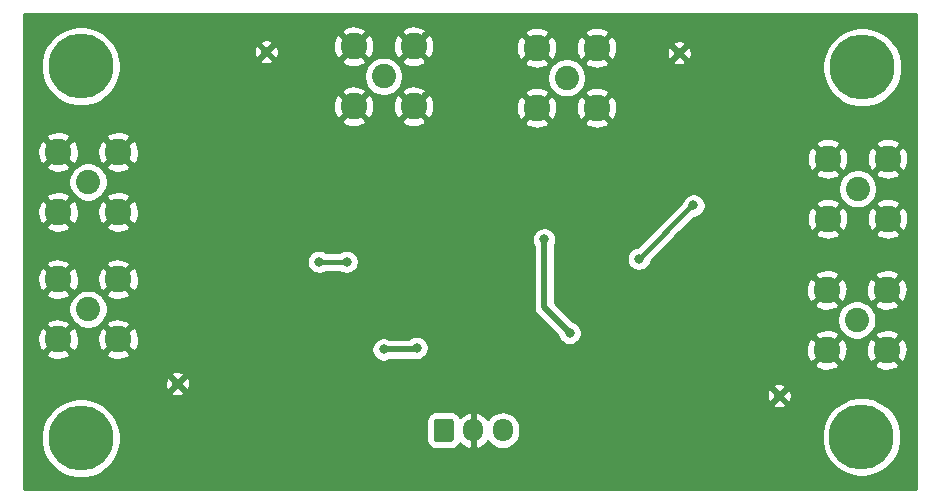
<source format=gbr>
G04 #@! TF.GenerationSoftware,KiCad,Pcbnew,(5.1.2)-2*
G04 #@! TF.CreationDate,2019-07-11T16:04:03+08:00*
G04 #@! TF.ProjectId,General Purpose Op Amp Eval-Board,47656e65-7261-46c2-9050-7572706f7365,rev?*
G04 #@! TF.SameCoordinates,Original*
G04 #@! TF.FileFunction,Copper,L2,Bot*
G04 #@! TF.FilePolarity,Positive*
%FSLAX46Y46*%
G04 Gerber Fmt 4.6, Leading zero omitted, Abs format (unit mm)*
G04 Created by KiCad (PCBNEW (5.1.2)-2) date 2019-07-11 16:04:03*
%MOMM*%
%LPD*%
G04 APERTURE LIST*
%ADD10C,0.850000*%
%ADD11C,2.050000*%
%ADD12C,2.250000*%
%ADD13C,0.100000*%
%ADD14C,1.700000*%
%ADD15O,1.700000X1.950000*%
%ADD16C,5.500000*%
%ADD17C,0.800000*%
%ADD18C,0.400000*%
%ADD19C,0.508000*%
%ADD20C,0.254000*%
G04 APERTURE END LIST*
D10*
X151130000Y-90728800D03*
D11*
X166166800Y-113334800D03*
D12*
X168706800Y-115874800D03*
X168706800Y-110794800D03*
X163626800Y-110794800D03*
X163626800Y-115874800D03*
D13*
G36*
X131815504Y-121708204D02*
G01*
X131839773Y-121711804D01*
X131863571Y-121717765D01*
X131886671Y-121726030D01*
X131908849Y-121736520D01*
X131929893Y-121749133D01*
X131949598Y-121763747D01*
X131967777Y-121780223D01*
X131984253Y-121798402D01*
X131998867Y-121818107D01*
X132011480Y-121839151D01*
X132021970Y-121861329D01*
X132030235Y-121884429D01*
X132036196Y-121908227D01*
X132039796Y-121932496D01*
X132041000Y-121957000D01*
X132041000Y-123407000D01*
X132039796Y-123431504D01*
X132036196Y-123455773D01*
X132030235Y-123479571D01*
X132021970Y-123502671D01*
X132011480Y-123524849D01*
X131998867Y-123545893D01*
X131984253Y-123565598D01*
X131967777Y-123583777D01*
X131949598Y-123600253D01*
X131929893Y-123614867D01*
X131908849Y-123627480D01*
X131886671Y-123637970D01*
X131863571Y-123646235D01*
X131839773Y-123652196D01*
X131815504Y-123655796D01*
X131791000Y-123657000D01*
X130591000Y-123657000D01*
X130566496Y-123655796D01*
X130542227Y-123652196D01*
X130518429Y-123646235D01*
X130495329Y-123637970D01*
X130473151Y-123627480D01*
X130452107Y-123614867D01*
X130432402Y-123600253D01*
X130414223Y-123583777D01*
X130397747Y-123565598D01*
X130383133Y-123545893D01*
X130370520Y-123524849D01*
X130360030Y-123502671D01*
X130351765Y-123479571D01*
X130345804Y-123455773D01*
X130342204Y-123431504D01*
X130341000Y-123407000D01*
X130341000Y-121957000D01*
X130342204Y-121932496D01*
X130345804Y-121908227D01*
X130351765Y-121884429D01*
X130360030Y-121861329D01*
X130370520Y-121839151D01*
X130383133Y-121818107D01*
X130397747Y-121798402D01*
X130414223Y-121780223D01*
X130432402Y-121763747D01*
X130452107Y-121749133D01*
X130473151Y-121736520D01*
X130495329Y-121726030D01*
X130518429Y-121717765D01*
X130542227Y-121711804D01*
X130566496Y-121708204D01*
X130591000Y-121707000D01*
X131791000Y-121707000D01*
X131815504Y-121708204D01*
X131815504Y-121708204D01*
G37*
D14*
X131191000Y-122682000D03*
D15*
X133691000Y-122682000D03*
X136191000Y-122682000D03*
D16*
X100482400Y-123342400D03*
X166573200Y-123240800D03*
X166624000Y-91948000D03*
X100482400Y-91846400D03*
D10*
X159613600Y-119735600D03*
X116179600Y-90627200D03*
X108661200Y-118719600D03*
D11*
X101092000Y-112420400D03*
D12*
X103632000Y-114960400D03*
X103632000Y-109880400D03*
X98552000Y-109880400D03*
X98552000Y-114960400D03*
X98552000Y-104190800D03*
X98552000Y-99110800D03*
X103632000Y-99110800D03*
X103632000Y-104190800D03*
D11*
X101092000Y-101650800D03*
D12*
X163703000Y-104775000D03*
X163703000Y-99695000D03*
X168783000Y-99695000D03*
X168783000Y-104775000D03*
D11*
X166243000Y-102235000D03*
D12*
X123571000Y-95250000D03*
X123571000Y-90170000D03*
X128651000Y-90170000D03*
X128651000Y-95250000D03*
D11*
X126111000Y-92710000D03*
X141605000Y-92837000D03*
D12*
X144145000Y-95377000D03*
X144145000Y-90297000D03*
X139065000Y-90297000D03*
X139065000Y-95377000D03*
D17*
X122986800Y-108407200D03*
X120650000Y-108407200D03*
X147726400Y-108153200D03*
X152349200Y-103632000D03*
X126111000Y-115824000D03*
X128905000Y-115697000D03*
X141859000Y-114427000D03*
X139700000Y-106515000D03*
D18*
X122986800Y-108407200D02*
X120650000Y-108407200D01*
X147726400Y-108153200D02*
X152247600Y-103632000D01*
X152247600Y-103632000D02*
X152349200Y-103632000D01*
D19*
X126111000Y-115824000D02*
X128778000Y-115824000D01*
X128778000Y-115824000D02*
X128905000Y-115697000D01*
X141859000Y-114427000D02*
X139700000Y-112268000D01*
X139700000Y-112268000D02*
X139700000Y-106515000D01*
D20*
G36*
X171171001Y-127610000D02*
G01*
X95656000Y-127610000D01*
X95656000Y-123009007D01*
X97097400Y-123009007D01*
X97097400Y-123675793D01*
X97227483Y-124329768D01*
X97482652Y-124945799D01*
X97853098Y-125500212D01*
X98324588Y-125971702D01*
X98879001Y-126342148D01*
X99495032Y-126597317D01*
X100149007Y-126727400D01*
X100815793Y-126727400D01*
X101469768Y-126597317D01*
X102085799Y-126342148D01*
X102640212Y-125971702D01*
X103111702Y-125500212D01*
X103482148Y-124945799D01*
X103737317Y-124329768D01*
X103867400Y-123675793D01*
X103867400Y-123009007D01*
X103737317Y-122355032D01*
X103572447Y-121957000D01*
X129702928Y-121957000D01*
X129702928Y-123407000D01*
X129719992Y-123580254D01*
X129770528Y-123746850D01*
X129852595Y-123900386D01*
X129963038Y-124034962D01*
X130097614Y-124145405D01*
X130251150Y-124227472D01*
X130417746Y-124278008D01*
X130591000Y-124295072D01*
X131791000Y-124295072D01*
X131964254Y-124278008D01*
X132130850Y-124227472D01*
X132284386Y-124145405D01*
X132418962Y-124034962D01*
X132529405Y-123900386D01*
X132585714Y-123795039D01*
X132601951Y-123816429D01*
X132819807Y-124009496D01*
X133071142Y-124156352D01*
X133334110Y-124248476D01*
X133564000Y-124127155D01*
X133564000Y-122809000D01*
X133544000Y-122809000D01*
X133544000Y-122555000D01*
X133564000Y-122555000D01*
X133564000Y-121236845D01*
X133818000Y-121236845D01*
X133818000Y-122555000D01*
X133838000Y-122555000D01*
X133838000Y-122809000D01*
X133818000Y-122809000D01*
X133818000Y-124127155D01*
X134047890Y-124248476D01*
X134310858Y-124156352D01*
X134562193Y-124009496D01*
X134780049Y-123816429D01*
X134936538Y-123610278D01*
X134950294Y-123636014D01*
X135135866Y-123862134D01*
X135361987Y-124047706D01*
X135619967Y-124185599D01*
X135899890Y-124270513D01*
X136191000Y-124299185D01*
X136482111Y-124270513D01*
X136762034Y-124185599D01*
X137020014Y-124047706D01*
X137246134Y-123862134D01*
X137431706Y-123636014D01*
X137569599Y-123378033D01*
X137654513Y-123098110D01*
X137673295Y-122907407D01*
X163188200Y-122907407D01*
X163188200Y-123574193D01*
X163318283Y-124228168D01*
X163573452Y-124844199D01*
X163943898Y-125398612D01*
X164415388Y-125870102D01*
X164969801Y-126240548D01*
X165585832Y-126495717D01*
X166239807Y-126625800D01*
X166906593Y-126625800D01*
X167560568Y-126495717D01*
X168176599Y-126240548D01*
X168731012Y-125870102D01*
X169202502Y-125398612D01*
X169572948Y-124844199D01*
X169828117Y-124228168D01*
X169958200Y-123574193D01*
X169958200Y-122907407D01*
X169828117Y-122253432D01*
X169572948Y-121637401D01*
X169202502Y-121082988D01*
X168731012Y-120611498D01*
X168176599Y-120241052D01*
X167560568Y-119985883D01*
X166906593Y-119855800D01*
X166239807Y-119855800D01*
X165585832Y-119985883D01*
X164969801Y-120241052D01*
X164415388Y-120611498D01*
X163943898Y-121082988D01*
X163573452Y-121637401D01*
X163318283Y-122253432D01*
X163188200Y-122907407D01*
X137673295Y-122907407D01*
X137676000Y-122879949D01*
X137676000Y-122484050D01*
X137654513Y-122265889D01*
X137569599Y-121985966D01*
X137431706Y-121727986D01*
X137246134Y-121501866D01*
X137020013Y-121316294D01*
X136762033Y-121178401D01*
X136482110Y-121093487D01*
X136191000Y-121064815D01*
X135899889Y-121093487D01*
X135619966Y-121178401D01*
X135361986Y-121316294D01*
X135135866Y-121501866D01*
X134950294Y-121727987D01*
X134936538Y-121753722D01*
X134780049Y-121547571D01*
X134562193Y-121354504D01*
X134310858Y-121207648D01*
X134047890Y-121115524D01*
X133818000Y-121236845D01*
X133564000Y-121236845D01*
X133334110Y-121115524D01*
X133071142Y-121207648D01*
X132819807Y-121354504D01*
X132601951Y-121547571D01*
X132585714Y-121568961D01*
X132529405Y-121463614D01*
X132418962Y-121329038D01*
X132284386Y-121218595D01*
X132130850Y-121136528D01*
X131964254Y-121085992D01*
X131791000Y-121068928D01*
X130591000Y-121068928D01*
X130417746Y-121085992D01*
X130251150Y-121136528D01*
X130097614Y-121218595D01*
X129963038Y-121329038D01*
X129852595Y-121463614D01*
X129770528Y-121617150D01*
X129719992Y-121783746D01*
X129702928Y-121957000D01*
X103572447Y-121957000D01*
X103482148Y-121739001D01*
X103111702Y-121184588D01*
X102640212Y-120713098D01*
X102261403Y-120459986D01*
X159068819Y-120459986D01*
X159094744Y-120665810D01*
X159286188Y-120749160D01*
X159490216Y-120793559D01*
X159698984Y-120797302D01*
X159904470Y-120760244D01*
X160098779Y-120683810D01*
X160132456Y-120665810D01*
X160158381Y-120459986D01*
X159613600Y-119915205D01*
X159068819Y-120459986D01*
X102261403Y-120459986D01*
X102085799Y-120342652D01*
X101469768Y-120087483D01*
X100815793Y-119957400D01*
X100149007Y-119957400D01*
X99495032Y-120087483D01*
X98879001Y-120342652D01*
X98324588Y-120713098D01*
X97853098Y-121184588D01*
X97482652Y-121739001D01*
X97227483Y-122355032D01*
X97097400Y-123009007D01*
X95656000Y-123009007D01*
X95656000Y-119820984D01*
X158551898Y-119820984D01*
X158588956Y-120026470D01*
X158665390Y-120220779D01*
X158683390Y-120254456D01*
X158889214Y-120280381D01*
X159433995Y-119735600D01*
X159793205Y-119735600D01*
X160337986Y-120280381D01*
X160543810Y-120254456D01*
X160627160Y-120063012D01*
X160671559Y-119858984D01*
X160675302Y-119650216D01*
X160638244Y-119444730D01*
X160561810Y-119250421D01*
X160543810Y-119216744D01*
X160337986Y-119190819D01*
X159793205Y-119735600D01*
X159433995Y-119735600D01*
X158889214Y-119190819D01*
X158683390Y-119216744D01*
X158600040Y-119408188D01*
X158555641Y-119612216D01*
X158551898Y-119820984D01*
X95656000Y-119820984D01*
X95656000Y-119443986D01*
X108116419Y-119443986D01*
X108142344Y-119649810D01*
X108333788Y-119733160D01*
X108537816Y-119777559D01*
X108746584Y-119781302D01*
X108952070Y-119744244D01*
X109146379Y-119667810D01*
X109180056Y-119649810D01*
X109205981Y-119443986D01*
X108661200Y-118899205D01*
X108116419Y-119443986D01*
X95656000Y-119443986D01*
X95656000Y-118804984D01*
X107599498Y-118804984D01*
X107636556Y-119010470D01*
X107712990Y-119204779D01*
X107730990Y-119238456D01*
X107936814Y-119264381D01*
X108481595Y-118719600D01*
X108840805Y-118719600D01*
X109385586Y-119264381D01*
X109591410Y-119238456D01*
X109674760Y-119047012D01*
X109682550Y-119011214D01*
X159068819Y-119011214D01*
X159613600Y-119555995D01*
X160158381Y-119011214D01*
X160132456Y-118805390D01*
X159941012Y-118722040D01*
X159736984Y-118677641D01*
X159528216Y-118673898D01*
X159322730Y-118710956D01*
X159128421Y-118787390D01*
X159094744Y-118805390D01*
X159068819Y-119011214D01*
X109682550Y-119011214D01*
X109719159Y-118842984D01*
X109722902Y-118634216D01*
X109685844Y-118428730D01*
X109609410Y-118234421D01*
X109591410Y-118200744D01*
X109385586Y-118174819D01*
X108840805Y-118719600D01*
X108481595Y-118719600D01*
X107936814Y-118174819D01*
X107730990Y-118200744D01*
X107647640Y-118392188D01*
X107603241Y-118596216D01*
X107599498Y-118804984D01*
X95656000Y-118804984D01*
X95656000Y-117995214D01*
X108116419Y-117995214D01*
X108661200Y-118539995D01*
X109205981Y-117995214D01*
X109180056Y-117789390D01*
X108988612Y-117706040D01*
X108784584Y-117661641D01*
X108575816Y-117657898D01*
X108370330Y-117694956D01*
X108176021Y-117771390D01*
X108142344Y-117789390D01*
X108116419Y-117995214D01*
X95656000Y-117995214D01*
X95656000Y-117099331D01*
X162581874Y-117099331D01*
X162692721Y-117376514D01*
X163003640Y-117529889D01*
X163338505Y-117619660D01*
X163684450Y-117642376D01*
X164028180Y-117597166D01*
X164356485Y-117485766D01*
X164560879Y-117376514D01*
X164671726Y-117099331D01*
X167661874Y-117099331D01*
X167772721Y-117376514D01*
X168083640Y-117529889D01*
X168418505Y-117619660D01*
X168764450Y-117642376D01*
X169108180Y-117597166D01*
X169436485Y-117485766D01*
X169640879Y-117376514D01*
X169751726Y-117099331D01*
X168706800Y-116054405D01*
X167661874Y-117099331D01*
X164671726Y-117099331D01*
X163626800Y-116054405D01*
X162581874Y-117099331D01*
X95656000Y-117099331D01*
X95656000Y-116184931D01*
X97507074Y-116184931D01*
X97617921Y-116462114D01*
X97928840Y-116615489D01*
X98263705Y-116705260D01*
X98609650Y-116727976D01*
X98953380Y-116682766D01*
X99281685Y-116571366D01*
X99486079Y-116462114D01*
X99596926Y-116184931D01*
X102587074Y-116184931D01*
X102697921Y-116462114D01*
X103008840Y-116615489D01*
X103343705Y-116705260D01*
X103689650Y-116727976D01*
X104033380Y-116682766D01*
X104361685Y-116571366D01*
X104566079Y-116462114D01*
X104676926Y-116184931D01*
X103632000Y-115140005D01*
X102587074Y-116184931D01*
X99596926Y-116184931D01*
X98552000Y-115140005D01*
X97507074Y-116184931D01*
X95656000Y-116184931D01*
X95656000Y-115018050D01*
X96784424Y-115018050D01*
X96829634Y-115361780D01*
X96941034Y-115690085D01*
X97050286Y-115894479D01*
X97327469Y-116005326D01*
X98372395Y-114960400D01*
X98731605Y-114960400D01*
X99776531Y-116005326D01*
X100053714Y-115894479D01*
X100207089Y-115583560D01*
X100296860Y-115248695D01*
X100312004Y-115018050D01*
X101864424Y-115018050D01*
X101909634Y-115361780D01*
X102021034Y-115690085D01*
X102130286Y-115894479D01*
X102407469Y-116005326D01*
X103452395Y-114960400D01*
X103811605Y-114960400D01*
X104856531Y-116005326D01*
X105133714Y-115894479D01*
X105218767Y-115722061D01*
X125076000Y-115722061D01*
X125076000Y-115925939D01*
X125115774Y-116125898D01*
X125193795Y-116314256D01*
X125307063Y-116483774D01*
X125451226Y-116627937D01*
X125620744Y-116741205D01*
X125809102Y-116819226D01*
X126009061Y-116859000D01*
X126212939Y-116859000D01*
X126412898Y-116819226D01*
X126601256Y-116741205D01*
X126643468Y-116713000D01*
X128707541Y-116713000D01*
X128803061Y-116732000D01*
X129006939Y-116732000D01*
X129206898Y-116692226D01*
X129395256Y-116614205D01*
X129564774Y-116500937D01*
X129708937Y-116356774D01*
X129822205Y-116187256D01*
X129900226Y-115998898D01*
X129913443Y-115932450D01*
X161859224Y-115932450D01*
X161904434Y-116276180D01*
X162015834Y-116604485D01*
X162125086Y-116808879D01*
X162402269Y-116919726D01*
X163447195Y-115874800D01*
X163806405Y-115874800D01*
X164851331Y-116919726D01*
X165128514Y-116808879D01*
X165281889Y-116497960D01*
X165371660Y-116163095D01*
X165386804Y-115932450D01*
X166939224Y-115932450D01*
X166984434Y-116276180D01*
X167095834Y-116604485D01*
X167205086Y-116808879D01*
X167482269Y-116919726D01*
X168527195Y-115874800D01*
X168886405Y-115874800D01*
X169931331Y-116919726D01*
X170208514Y-116808879D01*
X170361889Y-116497960D01*
X170451660Y-116163095D01*
X170474376Y-115817150D01*
X170429166Y-115473420D01*
X170317766Y-115145115D01*
X170208514Y-114940721D01*
X169931331Y-114829874D01*
X168886405Y-115874800D01*
X168527195Y-115874800D01*
X167482269Y-114829874D01*
X167205086Y-114940721D01*
X167051711Y-115251640D01*
X166961940Y-115586505D01*
X166939224Y-115932450D01*
X165386804Y-115932450D01*
X165394376Y-115817150D01*
X165349166Y-115473420D01*
X165237766Y-115145115D01*
X165128514Y-114940721D01*
X164851331Y-114829874D01*
X163806405Y-115874800D01*
X163447195Y-115874800D01*
X162402269Y-114829874D01*
X162125086Y-114940721D01*
X161971711Y-115251640D01*
X161881940Y-115586505D01*
X161859224Y-115932450D01*
X129913443Y-115932450D01*
X129940000Y-115798939D01*
X129940000Y-115595061D01*
X129900226Y-115395102D01*
X129822205Y-115206744D01*
X129708937Y-115037226D01*
X129564774Y-114893063D01*
X129395256Y-114779795D01*
X129206898Y-114701774D01*
X129006939Y-114662000D01*
X128803061Y-114662000D01*
X128603102Y-114701774D01*
X128414744Y-114779795D01*
X128245226Y-114893063D01*
X128203289Y-114935000D01*
X126643468Y-114935000D01*
X126601256Y-114906795D01*
X126412898Y-114828774D01*
X126212939Y-114789000D01*
X126009061Y-114789000D01*
X125809102Y-114828774D01*
X125620744Y-114906795D01*
X125451226Y-115020063D01*
X125307063Y-115164226D01*
X125193795Y-115333744D01*
X125115774Y-115522102D01*
X125076000Y-115722061D01*
X105218767Y-115722061D01*
X105287089Y-115583560D01*
X105376860Y-115248695D01*
X105399576Y-114902750D01*
X105354366Y-114559020D01*
X105242966Y-114230715D01*
X105133714Y-114026321D01*
X104856531Y-113915474D01*
X103811605Y-114960400D01*
X103452395Y-114960400D01*
X102407469Y-113915474D01*
X102130286Y-114026321D01*
X101976911Y-114337240D01*
X101887140Y-114672105D01*
X101864424Y-115018050D01*
X100312004Y-115018050D01*
X100319576Y-114902750D01*
X100274366Y-114559020D01*
X100162966Y-114230715D01*
X100053714Y-114026321D01*
X99776531Y-113915474D01*
X98731605Y-114960400D01*
X98372395Y-114960400D01*
X97327469Y-113915474D01*
X97050286Y-114026321D01*
X96896911Y-114337240D01*
X96807140Y-114672105D01*
X96784424Y-115018050D01*
X95656000Y-115018050D01*
X95656000Y-113735869D01*
X97507074Y-113735869D01*
X98552000Y-114780795D01*
X99596926Y-113735869D01*
X99486079Y-113458686D01*
X99175160Y-113305311D01*
X98840295Y-113215540D01*
X98494350Y-113192824D01*
X98150620Y-113238034D01*
X97822315Y-113349434D01*
X97617921Y-113458686D01*
X97507074Y-113735869D01*
X95656000Y-113735869D01*
X95656000Y-112256904D01*
X99432000Y-112256904D01*
X99432000Y-112583896D01*
X99495793Y-112904604D01*
X99620927Y-113206705D01*
X99802594Y-113478588D01*
X100033812Y-113709806D01*
X100305695Y-113891473D01*
X100607796Y-114016607D01*
X100928504Y-114080400D01*
X101255496Y-114080400D01*
X101576204Y-114016607D01*
X101878305Y-113891473D01*
X102111182Y-113735869D01*
X102587074Y-113735869D01*
X103632000Y-114780795D01*
X104676926Y-113735869D01*
X104566079Y-113458686D01*
X104255160Y-113305311D01*
X103920295Y-113215540D01*
X103574350Y-113192824D01*
X103230620Y-113238034D01*
X102902315Y-113349434D01*
X102697921Y-113458686D01*
X102587074Y-113735869D01*
X102111182Y-113735869D01*
X102150188Y-113709806D01*
X102381406Y-113478588D01*
X102563073Y-113206705D01*
X102688207Y-112904604D01*
X102752000Y-112583896D01*
X102752000Y-112256904D01*
X102688207Y-111936196D01*
X102563073Y-111634095D01*
X102381406Y-111362212D01*
X102150188Y-111130994D01*
X102111183Y-111104931D01*
X102587074Y-111104931D01*
X102697921Y-111382114D01*
X103008840Y-111535489D01*
X103343705Y-111625260D01*
X103689650Y-111647976D01*
X104033380Y-111602766D01*
X104361685Y-111491366D01*
X104566079Y-111382114D01*
X104676926Y-111104931D01*
X103632000Y-110060005D01*
X102587074Y-111104931D01*
X102111183Y-111104931D01*
X101878305Y-110949327D01*
X101576204Y-110824193D01*
X101255496Y-110760400D01*
X100928504Y-110760400D01*
X100607796Y-110824193D01*
X100305695Y-110949327D01*
X100033812Y-111130994D01*
X99802594Y-111362212D01*
X99620927Y-111634095D01*
X99495793Y-111936196D01*
X99432000Y-112256904D01*
X95656000Y-112256904D01*
X95656000Y-111104931D01*
X97507074Y-111104931D01*
X97617921Y-111382114D01*
X97928840Y-111535489D01*
X98263705Y-111625260D01*
X98609650Y-111647976D01*
X98953380Y-111602766D01*
X99281685Y-111491366D01*
X99486079Y-111382114D01*
X99596926Y-111104931D01*
X98552000Y-110060005D01*
X97507074Y-111104931D01*
X95656000Y-111104931D01*
X95656000Y-109938050D01*
X96784424Y-109938050D01*
X96829634Y-110281780D01*
X96941034Y-110610085D01*
X97050286Y-110814479D01*
X97327469Y-110925326D01*
X98372395Y-109880400D01*
X98731605Y-109880400D01*
X99776531Y-110925326D01*
X100053714Y-110814479D01*
X100207089Y-110503560D01*
X100296860Y-110168695D01*
X100312004Y-109938050D01*
X101864424Y-109938050D01*
X101909634Y-110281780D01*
X102021034Y-110610085D01*
X102130286Y-110814479D01*
X102407469Y-110925326D01*
X103452395Y-109880400D01*
X103811605Y-109880400D01*
X104856531Y-110925326D01*
X105133714Y-110814479D01*
X105287089Y-110503560D01*
X105376860Y-110168695D01*
X105399576Y-109822750D01*
X105354366Y-109479020D01*
X105242966Y-109150715D01*
X105133714Y-108946321D01*
X104856531Y-108835474D01*
X103811605Y-109880400D01*
X103452395Y-109880400D01*
X102407469Y-108835474D01*
X102130286Y-108946321D01*
X101976911Y-109257240D01*
X101887140Y-109592105D01*
X101864424Y-109938050D01*
X100312004Y-109938050D01*
X100319576Y-109822750D01*
X100274366Y-109479020D01*
X100162966Y-109150715D01*
X100053714Y-108946321D01*
X99776531Y-108835474D01*
X98731605Y-109880400D01*
X98372395Y-109880400D01*
X97327469Y-108835474D01*
X97050286Y-108946321D01*
X96896911Y-109257240D01*
X96807140Y-109592105D01*
X96784424Y-109938050D01*
X95656000Y-109938050D01*
X95656000Y-108655869D01*
X97507074Y-108655869D01*
X98552000Y-109700795D01*
X99596926Y-108655869D01*
X102587074Y-108655869D01*
X103632000Y-109700795D01*
X104676926Y-108655869D01*
X104566079Y-108378686D01*
X104417234Y-108305261D01*
X119615000Y-108305261D01*
X119615000Y-108509139D01*
X119654774Y-108709098D01*
X119732795Y-108897456D01*
X119846063Y-109066974D01*
X119990226Y-109211137D01*
X120159744Y-109324405D01*
X120348102Y-109402426D01*
X120548061Y-109442200D01*
X120751939Y-109442200D01*
X120951898Y-109402426D01*
X121140256Y-109324405D01*
X121263285Y-109242200D01*
X122373515Y-109242200D01*
X122496544Y-109324405D01*
X122684902Y-109402426D01*
X122884861Y-109442200D01*
X123088739Y-109442200D01*
X123288698Y-109402426D01*
X123477056Y-109324405D01*
X123646574Y-109211137D01*
X123790737Y-109066974D01*
X123904005Y-108897456D01*
X123982026Y-108709098D01*
X124021800Y-108509139D01*
X124021800Y-108305261D01*
X123982026Y-108105302D01*
X123904005Y-107916944D01*
X123790737Y-107747426D01*
X123646574Y-107603263D01*
X123477056Y-107489995D01*
X123288698Y-107411974D01*
X123088739Y-107372200D01*
X122884861Y-107372200D01*
X122684902Y-107411974D01*
X122496544Y-107489995D01*
X122373515Y-107572200D01*
X121263285Y-107572200D01*
X121140256Y-107489995D01*
X120951898Y-107411974D01*
X120751939Y-107372200D01*
X120548061Y-107372200D01*
X120348102Y-107411974D01*
X120159744Y-107489995D01*
X119990226Y-107603263D01*
X119846063Y-107747426D01*
X119732795Y-107916944D01*
X119654774Y-108105302D01*
X119615000Y-108305261D01*
X104417234Y-108305261D01*
X104255160Y-108225311D01*
X103920295Y-108135540D01*
X103574350Y-108112824D01*
X103230620Y-108158034D01*
X102902315Y-108269434D01*
X102697921Y-108378686D01*
X102587074Y-108655869D01*
X99596926Y-108655869D01*
X99486079Y-108378686D01*
X99175160Y-108225311D01*
X98840295Y-108135540D01*
X98494350Y-108112824D01*
X98150620Y-108158034D01*
X97822315Y-108269434D01*
X97617921Y-108378686D01*
X97507074Y-108655869D01*
X95656000Y-108655869D01*
X95656000Y-106413061D01*
X138665000Y-106413061D01*
X138665000Y-106616939D01*
X138704774Y-106816898D01*
X138782795Y-107005256D01*
X138811001Y-107047469D01*
X138811000Y-112224340D01*
X138806700Y-112268000D01*
X138811000Y-112311660D01*
X138811000Y-112311666D01*
X138823864Y-112442273D01*
X138874697Y-112609850D01*
X138957247Y-112764290D01*
X139068341Y-112899659D01*
X139102264Y-112927499D01*
X140853870Y-114679106D01*
X140863774Y-114728898D01*
X140941795Y-114917256D01*
X141055063Y-115086774D01*
X141199226Y-115230937D01*
X141368744Y-115344205D01*
X141557102Y-115422226D01*
X141757061Y-115462000D01*
X141960939Y-115462000D01*
X142160898Y-115422226D01*
X142349256Y-115344205D01*
X142518774Y-115230937D01*
X142662937Y-115086774D01*
X142776205Y-114917256D01*
X142854226Y-114728898D01*
X142869866Y-114650269D01*
X162581874Y-114650269D01*
X163626800Y-115695195D01*
X164671726Y-114650269D01*
X164560879Y-114373086D01*
X164249960Y-114219711D01*
X163915095Y-114129940D01*
X163569150Y-114107224D01*
X163225420Y-114152434D01*
X162897115Y-114263834D01*
X162692721Y-114373086D01*
X162581874Y-114650269D01*
X142869866Y-114650269D01*
X142894000Y-114528939D01*
X142894000Y-114325061D01*
X142854226Y-114125102D01*
X142776205Y-113936744D01*
X142662937Y-113767226D01*
X142518774Y-113623063D01*
X142349256Y-113509795D01*
X142160898Y-113431774D01*
X142111106Y-113421870D01*
X141860540Y-113171304D01*
X164506800Y-113171304D01*
X164506800Y-113498296D01*
X164570593Y-113819004D01*
X164695727Y-114121105D01*
X164877394Y-114392988D01*
X165108612Y-114624206D01*
X165380495Y-114805873D01*
X165682596Y-114931007D01*
X166003304Y-114994800D01*
X166330296Y-114994800D01*
X166651004Y-114931007D01*
X166953105Y-114805873D01*
X167185982Y-114650269D01*
X167661874Y-114650269D01*
X168706800Y-115695195D01*
X169751726Y-114650269D01*
X169640879Y-114373086D01*
X169329960Y-114219711D01*
X168995095Y-114129940D01*
X168649150Y-114107224D01*
X168305420Y-114152434D01*
X167977115Y-114263834D01*
X167772721Y-114373086D01*
X167661874Y-114650269D01*
X167185982Y-114650269D01*
X167224988Y-114624206D01*
X167456206Y-114392988D01*
X167637873Y-114121105D01*
X167763007Y-113819004D01*
X167826800Y-113498296D01*
X167826800Y-113171304D01*
X167763007Y-112850596D01*
X167637873Y-112548495D01*
X167456206Y-112276612D01*
X167224988Y-112045394D01*
X167185983Y-112019331D01*
X167661874Y-112019331D01*
X167772721Y-112296514D01*
X168083640Y-112449889D01*
X168418505Y-112539660D01*
X168764450Y-112562376D01*
X169108180Y-112517166D01*
X169436485Y-112405766D01*
X169640879Y-112296514D01*
X169751726Y-112019331D01*
X168706800Y-110974405D01*
X167661874Y-112019331D01*
X167185983Y-112019331D01*
X166953105Y-111863727D01*
X166651004Y-111738593D01*
X166330296Y-111674800D01*
X166003304Y-111674800D01*
X165682596Y-111738593D01*
X165380495Y-111863727D01*
X165108612Y-112045394D01*
X164877394Y-112276612D01*
X164695727Y-112548495D01*
X164570593Y-112850596D01*
X164506800Y-113171304D01*
X141860540Y-113171304D01*
X140708567Y-112019331D01*
X162581874Y-112019331D01*
X162692721Y-112296514D01*
X163003640Y-112449889D01*
X163338505Y-112539660D01*
X163684450Y-112562376D01*
X164028180Y-112517166D01*
X164356485Y-112405766D01*
X164560879Y-112296514D01*
X164671726Y-112019331D01*
X163626800Y-110974405D01*
X162581874Y-112019331D01*
X140708567Y-112019331D01*
X140589000Y-111899765D01*
X140589000Y-110852450D01*
X161859224Y-110852450D01*
X161904434Y-111196180D01*
X162015834Y-111524485D01*
X162125086Y-111728879D01*
X162402269Y-111839726D01*
X163447195Y-110794800D01*
X163806405Y-110794800D01*
X164851331Y-111839726D01*
X165128514Y-111728879D01*
X165281889Y-111417960D01*
X165371660Y-111083095D01*
X165386804Y-110852450D01*
X166939224Y-110852450D01*
X166984434Y-111196180D01*
X167095834Y-111524485D01*
X167205086Y-111728879D01*
X167482269Y-111839726D01*
X168527195Y-110794800D01*
X168886405Y-110794800D01*
X169931331Y-111839726D01*
X170208514Y-111728879D01*
X170361889Y-111417960D01*
X170451660Y-111083095D01*
X170474376Y-110737150D01*
X170429166Y-110393420D01*
X170317766Y-110065115D01*
X170208514Y-109860721D01*
X169931331Y-109749874D01*
X168886405Y-110794800D01*
X168527195Y-110794800D01*
X167482269Y-109749874D01*
X167205086Y-109860721D01*
X167051711Y-110171640D01*
X166961940Y-110506505D01*
X166939224Y-110852450D01*
X165386804Y-110852450D01*
X165394376Y-110737150D01*
X165349166Y-110393420D01*
X165237766Y-110065115D01*
X165128514Y-109860721D01*
X164851331Y-109749874D01*
X163806405Y-110794800D01*
X163447195Y-110794800D01*
X162402269Y-109749874D01*
X162125086Y-109860721D01*
X161971711Y-110171640D01*
X161881940Y-110506505D01*
X161859224Y-110852450D01*
X140589000Y-110852450D01*
X140589000Y-109570269D01*
X162581874Y-109570269D01*
X163626800Y-110615195D01*
X164671726Y-109570269D01*
X167661874Y-109570269D01*
X168706800Y-110615195D01*
X169751726Y-109570269D01*
X169640879Y-109293086D01*
X169329960Y-109139711D01*
X168995095Y-109049940D01*
X168649150Y-109027224D01*
X168305420Y-109072434D01*
X167977115Y-109183834D01*
X167772721Y-109293086D01*
X167661874Y-109570269D01*
X164671726Y-109570269D01*
X164560879Y-109293086D01*
X164249960Y-109139711D01*
X163915095Y-109049940D01*
X163569150Y-109027224D01*
X163225420Y-109072434D01*
X162897115Y-109183834D01*
X162692721Y-109293086D01*
X162581874Y-109570269D01*
X140589000Y-109570269D01*
X140589000Y-108051261D01*
X146691400Y-108051261D01*
X146691400Y-108255139D01*
X146731174Y-108455098D01*
X146809195Y-108643456D01*
X146922463Y-108812974D01*
X147066626Y-108957137D01*
X147236144Y-109070405D01*
X147424502Y-109148426D01*
X147624461Y-109188200D01*
X147828339Y-109188200D01*
X148028298Y-109148426D01*
X148216656Y-109070405D01*
X148386174Y-108957137D01*
X148530337Y-108812974D01*
X148643605Y-108643456D01*
X148721626Y-108455098D01*
X148750493Y-108309974D01*
X151060936Y-105999531D01*
X162658074Y-105999531D01*
X162768921Y-106276714D01*
X163079840Y-106430089D01*
X163414705Y-106519860D01*
X163760650Y-106542576D01*
X164104380Y-106497366D01*
X164432685Y-106385966D01*
X164637079Y-106276714D01*
X164747926Y-105999531D01*
X167738074Y-105999531D01*
X167848921Y-106276714D01*
X168159840Y-106430089D01*
X168494705Y-106519860D01*
X168840650Y-106542576D01*
X169184380Y-106497366D01*
X169512685Y-106385966D01*
X169717079Y-106276714D01*
X169827926Y-105999531D01*
X168783000Y-104954605D01*
X167738074Y-105999531D01*
X164747926Y-105999531D01*
X163703000Y-104954605D01*
X162658074Y-105999531D01*
X151060936Y-105999531D01*
X152227817Y-104832650D01*
X161935424Y-104832650D01*
X161980634Y-105176380D01*
X162092034Y-105504685D01*
X162201286Y-105709079D01*
X162478469Y-105819926D01*
X163523395Y-104775000D01*
X163882605Y-104775000D01*
X164927531Y-105819926D01*
X165204714Y-105709079D01*
X165358089Y-105398160D01*
X165447860Y-105063295D01*
X165463004Y-104832650D01*
X167015424Y-104832650D01*
X167060634Y-105176380D01*
X167172034Y-105504685D01*
X167281286Y-105709079D01*
X167558469Y-105819926D01*
X168603395Y-104775000D01*
X168962605Y-104775000D01*
X170007531Y-105819926D01*
X170284714Y-105709079D01*
X170438089Y-105398160D01*
X170527860Y-105063295D01*
X170550576Y-104717350D01*
X170505366Y-104373620D01*
X170393966Y-104045315D01*
X170284714Y-103840921D01*
X170007531Y-103730074D01*
X168962605Y-104775000D01*
X168603395Y-104775000D01*
X167558469Y-103730074D01*
X167281286Y-103840921D01*
X167127911Y-104151840D01*
X167038140Y-104486705D01*
X167015424Y-104832650D01*
X165463004Y-104832650D01*
X165470576Y-104717350D01*
X165425366Y-104373620D01*
X165313966Y-104045315D01*
X165204714Y-103840921D01*
X164927531Y-103730074D01*
X163882605Y-104775000D01*
X163523395Y-104775000D01*
X162478469Y-103730074D01*
X162201286Y-103840921D01*
X162047911Y-104151840D01*
X161958140Y-104486705D01*
X161935424Y-104832650D01*
X152227817Y-104832650D01*
X152393468Y-104667000D01*
X152451139Y-104667000D01*
X152651098Y-104627226D01*
X152839456Y-104549205D01*
X153008974Y-104435937D01*
X153153137Y-104291774D01*
X153266405Y-104122256D01*
X153344426Y-103933898D01*
X153384200Y-103733939D01*
X153384200Y-103550469D01*
X162658074Y-103550469D01*
X163703000Y-104595395D01*
X164747926Y-103550469D01*
X164637079Y-103273286D01*
X164326160Y-103119911D01*
X163991295Y-103030140D01*
X163645350Y-103007424D01*
X163301620Y-103052634D01*
X162973315Y-103164034D01*
X162768921Y-103273286D01*
X162658074Y-103550469D01*
X153384200Y-103550469D01*
X153384200Y-103530061D01*
X153344426Y-103330102D01*
X153266405Y-103141744D01*
X153153137Y-102972226D01*
X153008974Y-102828063D01*
X152839456Y-102714795D01*
X152651098Y-102636774D01*
X152451139Y-102597000D01*
X152247261Y-102597000D01*
X152047302Y-102636774D01*
X151858944Y-102714795D01*
X151689426Y-102828063D01*
X151545263Y-102972226D01*
X151431995Y-103141744D01*
X151353974Y-103330102D01*
X151350335Y-103348397D01*
X147569626Y-107129107D01*
X147424502Y-107157974D01*
X147236144Y-107235995D01*
X147066626Y-107349263D01*
X146922463Y-107493426D01*
X146809195Y-107662944D01*
X146731174Y-107851302D01*
X146691400Y-108051261D01*
X140589000Y-108051261D01*
X140589000Y-107047468D01*
X140617205Y-107005256D01*
X140695226Y-106816898D01*
X140735000Y-106616939D01*
X140735000Y-106413061D01*
X140695226Y-106213102D01*
X140617205Y-106024744D01*
X140503937Y-105855226D01*
X140359774Y-105711063D01*
X140190256Y-105597795D01*
X140001898Y-105519774D01*
X139801939Y-105480000D01*
X139598061Y-105480000D01*
X139398102Y-105519774D01*
X139209744Y-105597795D01*
X139040226Y-105711063D01*
X138896063Y-105855226D01*
X138782795Y-106024744D01*
X138704774Y-106213102D01*
X138665000Y-106413061D01*
X95656000Y-106413061D01*
X95656000Y-105415331D01*
X97507074Y-105415331D01*
X97617921Y-105692514D01*
X97928840Y-105845889D01*
X98263705Y-105935660D01*
X98609650Y-105958376D01*
X98953380Y-105913166D01*
X99281685Y-105801766D01*
X99486079Y-105692514D01*
X99596926Y-105415331D01*
X102587074Y-105415331D01*
X102697921Y-105692514D01*
X103008840Y-105845889D01*
X103343705Y-105935660D01*
X103689650Y-105958376D01*
X104033380Y-105913166D01*
X104361685Y-105801766D01*
X104566079Y-105692514D01*
X104676926Y-105415331D01*
X103632000Y-104370405D01*
X102587074Y-105415331D01*
X99596926Y-105415331D01*
X98552000Y-104370405D01*
X97507074Y-105415331D01*
X95656000Y-105415331D01*
X95656000Y-104248450D01*
X96784424Y-104248450D01*
X96829634Y-104592180D01*
X96941034Y-104920485D01*
X97050286Y-105124879D01*
X97327469Y-105235726D01*
X98372395Y-104190800D01*
X98731605Y-104190800D01*
X99776531Y-105235726D01*
X100053714Y-105124879D01*
X100207089Y-104813960D01*
X100296860Y-104479095D01*
X100312004Y-104248450D01*
X101864424Y-104248450D01*
X101909634Y-104592180D01*
X102021034Y-104920485D01*
X102130286Y-105124879D01*
X102407469Y-105235726D01*
X103452395Y-104190800D01*
X103811605Y-104190800D01*
X104856531Y-105235726D01*
X105133714Y-105124879D01*
X105287089Y-104813960D01*
X105376860Y-104479095D01*
X105399576Y-104133150D01*
X105354366Y-103789420D01*
X105242966Y-103461115D01*
X105133714Y-103256721D01*
X104856531Y-103145874D01*
X103811605Y-104190800D01*
X103452395Y-104190800D01*
X102407469Y-103145874D01*
X102130286Y-103256721D01*
X101976911Y-103567640D01*
X101887140Y-103902505D01*
X101864424Y-104248450D01*
X100312004Y-104248450D01*
X100319576Y-104133150D01*
X100274366Y-103789420D01*
X100162966Y-103461115D01*
X100053714Y-103256721D01*
X99776531Y-103145874D01*
X98731605Y-104190800D01*
X98372395Y-104190800D01*
X97327469Y-103145874D01*
X97050286Y-103256721D01*
X96896911Y-103567640D01*
X96807140Y-103902505D01*
X96784424Y-104248450D01*
X95656000Y-104248450D01*
X95656000Y-102966269D01*
X97507074Y-102966269D01*
X98552000Y-104011195D01*
X99596926Y-102966269D01*
X99486079Y-102689086D01*
X99175160Y-102535711D01*
X98840295Y-102445940D01*
X98494350Y-102423224D01*
X98150620Y-102468434D01*
X97822315Y-102579834D01*
X97617921Y-102689086D01*
X97507074Y-102966269D01*
X95656000Y-102966269D01*
X95656000Y-101487304D01*
X99432000Y-101487304D01*
X99432000Y-101814296D01*
X99495793Y-102135004D01*
X99620927Y-102437105D01*
X99802594Y-102708988D01*
X100033812Y-102940206D01*
X100305695Y-103121873D01*
X100607796Y-103247007D01*
X100928504Y-103310800D01*
X101255496Y-103310800D01*
X101576204Y-103247007D01*
X101878305Y-103121873D01*
X102111182Y-102966269D01*
X102587074Y-102966269D01*
X103632000Y-104011195D01*
X104676926Y-102966269D01*
X104566079Y-102689086D01*
X104255160Y-102535711D01*
X103920295Y-102445940D01*
X103574350Y-102423224D01*
X103230620Y-102468434D01*
X102902315Y-102579834D01*
X102697921Y-102689086D01*
X102587074Y-102966269D01*
X102111182Y-102966269D01*
X102150188Y-102940206D01*
X102381406Y-102708988D01*
X102563073Y-102437105D01*
X102688207Y-102135004D01*
X102700837Y-102071504D01*
X164583000Y-102071504D01*
X164583000Y-102398496D01*
X164646793Y-102719204D01*
X164771927Y-103021305D01*
X164953594Y-103293188D01*
X165184812Y-103524406D01*
X165456695Y-103706073D01*
X165758796Y-103831207D01*
X166079504Y-103895000D01*
X166406496Y-103895000D01*
X166727204Y-103831207D01*
X167029305Y-103706073D01*
X167262182Y-103550469D01*
X167738074Y-103550469D01*
X168783000Y-104595395D01*
X169827926Y-103550469D01*
X169717079Y-103273286D01*
X169406160Y-103119911D01*
X169071295Y-103030140D01*
X168725350Y-103007424D01*
X168381620Y-103052634D01*
X168053315Y-103164034D01*
X167848921Y-103273286D01*
X167738074Y-103550469D01*
X167262182Y-103550469D01*
X167301188Y-103524406D01*
X167532406Y-103293188D01*
X167714073Y-103021305D01*
X167839207Y-102719204D01*
X167903000Y-102398496D01*
X167903000Y-102071504D01*
X167839207Y-101750796D01*
X167714073Y-101448695D01*
X167532406Y-101176812D01*
X167301188Y-100945594D01*
X167262183Y-100919531D01*
X167738074Y-100919531D01*
X167848921Y-101196714D01*
X168159840Y-101350089D01*
X168494705Y-101439860D01*
X168840650Y-101462576D01*
X169184380Y-101417366D01*
X169512685Y-101305966D01*
X169717079Y-101196714D01*
X169827926Y-100919531D01*
X168783000Y-99874605D01*
X167738074Y-100919531D01*
X167262183Y-100919531D01*
X167029305Y-100763927D01*
X166727204Y-100638793D01*
X166406496Y-100575000D01*
X166079504Y-100575000D01*
X165758796Y-100638793D01*
X165456695Y-100763927D01*
X165184812Y-100945594D01*
X164953594Y-101176812D01*
X164771927Y-101448695D01*
X164646793Y-101750796D01*
X164583000Y-102071504D01*
X102700837Y-102071504D01*
X102752000Y-101814296D01*
X102752000Y-101487304D01*
X102688207Y-101166596D01*
X102585870Y-100919531D01*
X162658074Y-100919531D01*
X162768921Y-101196714D01*
X163079840Y-101350089D01*
X163414705Y-101439860D01*
X163760650Y-101462576D01*
X164104380Y-101417366D01*
X164432685Y-101305966D01*
X164637079Y-101196714D01*
X164747926Y-100919531D01*
X163703000Y-99874605D01*
X162658074Y-100919531D01*
X102585870Y-100919531D01*
X102563073Y-100864495D01*
X102381406Y-100592612D01*
X102150188Y-100361394D01*
X102111183Y-100335331D01*
X102587074Y-100335331D01*
X102697921Y-100612514D01*
X103008840Y-100765889D01*
X103343705Y-100855660D01*
X103689650Y-100878376D01*
X104033380Y-100833166D01*
X104361685Y-100721766D01*
X104566079Y-100612514D01*
X104676926Y-100335331D01*
X103632000Y-99290405D01*
X102587074Y-100335331D01*
X102111183Y-100335331D01*
X101878305Y-100179727D01*
X101576204Y-100054593D01*
X101255496Y-99990800D01*
X100928504Y-99990800D01*
X100607796Y-100054593D01*
X100305695Y-100179727D01*
X100033812Y-100361394D01*
X99802594Y-100592612D01*
X99620927Y-100864495D01*
X99495793Y-101166596D01*
X99432000Y-101487304D01*
X95656000Y-101487304D01*
X95656000Y-100335331D01*
X97507074Y-100335331D01*
X97617921Y-100612514D01*
X97928840Y-100765889D01*
X98263705Y-100855660D01*
X98609650Y-100878376D01*
X98953380Y-100833166D01*
X99281685Y-100721766D01*
X99486079Y-100612514D01*
X99596926Y-100335331D01*
X98552000Y-99290405D01*
X97507074Y-100335331D01*
X95656000Y-100335331D01*
X95656000Y-99168450D01*
X96784424Y-99168450D01*
X96829634Y-99512180D01*
X96941034Y-99840485D01*
X97050286Y-100044879D01*
X97327469Y-100155726D01*
X98372395Y-99110800D01*
X98731605Y-99110800D01*
X99776531Y-100155726D01*
X100053714Y-100044879D01*
X100207089Y-99733960D01*
X100296860Y-99399095D01*
X100312004Y-99168450D01*
X101864424Y-99168450D01*
X101909634Y-99512180D01*
X102021034Y-99840485D01*
X102130286Y-100044879D01*
X102407469Y-100155726D01*
X103452395Y-99110800D01*
X103811605Y-99110800D01*
X104856531Y-100155726D01*
X105133714Y-100044879D01*
X105277869Y-99752650D01*
X161935424Y-99752650D01*
X161980634Y-100096380D01*
X162092034Y-100424685D01*
X162201286Y-100629079D01*
X162478469Y-100739926D01*
X163523395Y-99695000D01*
X163882605Y-99695000D01*
X164927531Y-100739926D01*
X165204714Y-100629079D01*
X165358089Y-100318160D01*
X165447860Y-99983295D01*
X165463004Y-99752650D01*
X167015424Y-99752650D01*
X167060634Y-100096380D01*
X167172034Y-100424685D01*
X167281286Y-100629079D01*
X167558469Y-100739926D01*
X168603395Y-99695000D01*
X168962605Y-99695000D01*
X170007531Y-100739926D01*
X170284714Y-100629079D01*
X170438089Y-100318160D01*
X170527860Y-99983295D01*
X170550576Y-99637350D01*
X170505366Y-99293620D01*
X170393966Y-98965315D01*
X170284714Y-98760921D01*
X170007531Y-98650074D01*
X168962605Y-99695000D01*
X168603395Y-99695000D01*
X167558469Y-98650074D01*
X167281286Y-98760921D01*
X167127911Y-99071840D01*
X167038140Y-99406705D01*
X167015424Y-99752650D01*
X165463004Y-99752650D01*
X165470576Y-99637350D01*
X165425366Y-99293620D01*
X165313966Y-98965315D01*
X165204714Y-98760921D01*
X164927531Y-98650074D01*
X163882605Y-99695000D01*
X163523395Y-99695000D01*
X162478469Y-98650074D01*
X162201286Y-98760921D01*
X162047911Y-99071840D01*
X161958140Y-99406705D01*
X161935424Y-99752650D01*
X105277869Y-99752650D01*
X105287089Y-99733960D01*
X105376860Y-99399095D01*
X105399576Y-99053150D01*
X105354366Y-98709420D01*
X105273286Y-98470469D01*
X162658074Y-98470469D01*
X163703000Y-99515395D01*
X164747926Y-98470469D01*
X167738074Y-98470469D01*
X168783000Y-99515395D01*
X169827926Y-98470469D01*
X169717079Y-98193286D01*
X169406160Y-98039911D01*
X169071295Y-97950140D01*
X168725350Y-97927424D01*
X168381620Y-97972634D01*
X168053315Y-98084034D01*
X167848921Y-98193286D01*
X167738074Y-98470469D01*
X164747926Y-98470469D01*
X164637079Y-98193286D01*
X164326160Y-98039911D01*
X163991295Y-97950140D01*
X163645350Y-97927424D01*
X163301620Y-97972634D01*
X162973315Y-98084034D01*
X162768921Y-98193286D01*
X162658074Y-98470469D01*
X105273286Y-98470469D01*
X105242966Y-98381115D01*
X105133714Y-98176721D01*
X104856531Y-98065874D01*
X103811605Y-99110800D01*
X103452395Y-99110800D01*
X102407469Y-98065874D01*
X102130286Y-98176721D01*
X101976911Y-98487640D01*
X101887140Y-98822505D01*
X101864424Y-99168450D01*
X100312004Y-99168450D01*
X100319576Y-99053150D01*
X100274366Y-98709420D01*
X100162966Y-98381115D01*
X100053714Y-98176721D01*
X99776531Y-98065874D01*
X98731605Y-99110800D01*
X98372395Y-99110800D01*
X97327469Y-98065874D01*
X97050286Y-98176721D01*
X96896911Y-98487640D01*
X96807140Y-98822505D01*
X96784424Y-99168450D01*
X95656000Y-99168450D01*
X95656000Y-97886269D01*
X97507074Y-97886269D01*
X98552000Y-98931195D01*
X99596926Y-97886269D01*
X102587074Y-97886269D01*
X103632000Y-98931195D01*
X104676926Y-97886269D01*
X104566079Y-97609086D01*
X104255160Y-97455711D01*
X103920295Y-97365940D01*
X103574350Y-97343224D01*
X103230620Y-97388434D01*
X102902315Y-97499834D01*
X102697921Y-97609086D01*
X102587074Y-97886269D01*
X99596926Y-97886269D01*
X99486079Y-97609086D01*
X99175160Y-97455711D01*
X98840295Y-97365940D01*
X98494350Y-97343224D01*
X98150620Y-97388434D01*
X97822315Y-97499834D01*
X97617921Y-97609086D01*
X97507074Y-97886269D01*
X95656000Y-97886269D01*
X95656000Y-96474531D01*
X122526074Y-96474531D01*
X122636921Y-96751714D01*
X122947840Y-96905089D01*
X123282705Y-96994860D01*
X123628650Y-97017576D01*
X123972380Y-96972366D01*
X124300685Y-96860966D01*
X124505079Y-96751714D01*
X124615926Y-96474531D01*
X127606074Y-96474531D01*
X127716921Y-96751714D01*
X128027840Y-96905089D01*
X128362705Y-96994860D01*
X128708650Y-97017576D01*
X129052380Y-96972366D01*
X129380685Y-96860966D01*
X129585079Y-96751714D01*
X129645138Y-96601531D01*
X138020074Y-96601531D01*
X138130921Y-96878714D01*
X138441840Y-97032089D01*
X138776705Y-97121860D01*
X139122650Y-97144576D01*
X139466380Y-97099366D01*
X139794685Y-96987966D01*
X139999079Y-96878714D01*
X140109926Y-96601531D01*
X143100074Y-96601531D01*
X143210921Y-96878714D01*
X143521840Y-97032089D01*
X143856705Y-97121860D01*
X144202650Y-97144576D01*
X144546380Y-97099366D01*
X144874685Y-96987966D01*
X145079079Y-96878714D01*
X145189926Y-96601531D01*
X144145000Y-95556605D01*
X143100074Y-96601531D01*
X140109926Y-96601531D01*
X139065000Y-95556605D01*
X138020074Y-96601531D01*
X129645138Y-96601531D01*
X129695926Y-96474531D01*
X128651000Y-95429605D01*
X127606074Y-96474531D01*
X124615926Y-96474531D01*
X123571000Y-95429605D01*
X122526074Y-96474531D01*
X95656000Y-96474531D01*
X95656000Y-95307650D01*
X121803424Y-95307650D01*
X121848634Y-95651380D01*
X121960034Y-95979685D01*
X122069286Y-96184079D01*
X122346469Y-96294926D01*
X123391395Y-95250000D01*
X123750605Y-95250000D01*
X124795531Y-96294926D01*
X125072714Y-96184079D01*
X125226089Y-95873160D01*
X125315860Y-95538295D01*
X125331004Y-95307650D01*
X126883424Y-95307650D01*
X126928634Y-95651380D01*
X127040034Y-95979685D01*
X127149286Y-96184079D01*
X127426469Y-96294926D01*
X128471395Y-95250000D01*
X128830605Y-95250000D01*
X129875531Y-96294926D01*
X130152714Y-96184079D01*
X130306089Y-95873160D01*
X130395860Y-95538295D01*
X130402665Y-95434650D01*
X137297424Y-95434650D01*
X137342634Y-95778380D01*
X137454034Y-96106685D01*
X137563286Y-96311079D01*
X137840469Y-96421926D01*
X138885395Y-95377000D01*
X139244605Y-95377000D01*
X140289531Y-96421926D01*
X140566714Y-96311079D01*
X140720089Y-96000160D01*
X140809860Y-95665295D01*
X140825004Y-95434650D01*
X142377424Y-95434650D01*
X142422634Y-95778380D01*
X142534034Y-96106685D01*
X142643286Y-96311079D01*
X142920469Y-96421926D01*
X143965395Y-95377000D01*
X144324605Y-95377000D01*
X145369531Y-96421926D01*
X145646714Y-96311079D01*
X145800089Y-96000160D01*
X145889860Y-95665295D01*
X145912576Y-95319350D01*
X145867366Y-94975620D01*
X145755966Y-94647315D01*
X145646714Y-94442921D01*
X145369531Y-94332074D01*
X144324605Y-95377000D01*
X143965395Y-95377000D01*
X142920469Y-94332074D01*
X142643286Y-94442921D01*
X142489911Y-94753840D01*
X142400140Y-95088705D01*
X142377424Y-95434650D01*
X140825004Y-95434650D01*
X140832576Y-95319350D01*
X140787366Y-94975620D01*
X140675966Y-94647315D01*
X140566714Y-94442921D01*
X140289531Y-94332074D01*
X139244605Y-95377000D01*
X138885395Y-95377000D01*
X137840469Y-94332074D01*
X137563286Y-94442921D01*
X137409911Y-94753840D01*
X137320140Y-95088705D01*
X137297424Y-95434650D01*
X130402665Y-95434650D01*
X130418576Y-95192350D01*
X130373366Y-94848620D01*
X130261966Y-94520315D01*
X130152714Y-94315921D01*
X129875531Y-94205074D01*
X128830605Y-95250000D01*
X128471395Y-95250000D01*
X127426469Y-94205074D01*
X127149286Y-94315921D01*
X126995911Y-94626840D01*
X126906140Y-94961705D01*
X126883424Y-95307650D01*
X125331004Y-95307650D01*
X125338576Y-95192350D01*
X125293366Y-94848620D01*
X125181966Y-94520315D01*
X125072714Y-94315921D01*
X124795531Y-94205074D01*
X123750605Y-95250000D01*
X123391395Y-95250000D01*
X122346469Y-94205074D01*
X122069286Y-94315921D01*
X121915911Y-94626840D01*
X121826140Y-94961705D01*
X121803424Y-95307650D01*
X95656000Y-95307650D01*
X95656000Y-91513007D01*
X97097400Y-91513007D01*
X97097400Y-92179793D01*
X97227483Y-92833768D01*
X97482652Y-93449799D01*
X97853098Y-94004212D01*
X98324588Y-94475702D01*
X98879001Y-94846148D01*
X99495032Y-95101317D01*
X100149007Y-95231400D01*
X100815793Y-95231400D01*
X101469768Y-95101317D01*
X102085799Y-94846148D01*
X102640212Y-94475702D01*
X103090445Y-94025469D01*
X122526074Y-94025469D01*
X123571000Y-95070395D01*
X124615926Y-94025469D01*
X124505079Y-93748286D01*
X124194160Y-93594911D01*
X123859295Y-93505140D01*
X123513350Y-93482424D01*
X123169620Y-93527634D01*
X122841315Y-93639034D01*
X122636921Y-93748286D01*
X122526074Y-94025469D01*
X103090445Y-94025469D01*
X103111702Y-94004212D01*
X103482148Y-93449799D01*
X103737317Y-92833768D01*
X103794457Y-92546504D01*
X124451000Y-92546504D01*
X124451000Y-92873496D01*
X124514793Y-93194204D01*
X124639927Y-93496305D01*
X124821594Y-93768188D01*
X125052812Y-93999406D01*
X125324695Y-94181073D01*
X125626796Y-94306207D01*
X125947504Y-94370000D01*
X126274496Y-94370000D01*
X126595204Y-94306207D01*
X126897305Y-94181073D01*
X127130182Y-94025469D01*
X127606074Y-94025469D01*
X128651000Y-95070395D01*
X129568926Y-94152469D01*
X138020074Y-94152469D01*
X139065000Y-95197395D01*
X140109926Y-94152469D01*
X139999079Y-93875286D01*
X139688160Y-93721911D01*
X139353295Y-93632140D01*
X139007350Y-93609424D01*
X138663620Y-93654634D01*
X138335315Y-93766034D01*
X138130921Y-93875286D01*
X138020074Y-94152469D01*
X129568926Y-94152469D01*
X129695926Y-94025469D01*
X129585079Y-93748286D01*
X129274160Y-93594911D01*
X128939295Y-93505140D01*
X128593350Y-93482424D01*
X128249620Y-93527634D01*
X127921315Y-93639034D01*
X127716921Y-93748286D01*
X127606074Y-94025469D01*
X127130182Y-94025469D01*
X127169188Y-93999406D01*
X127400406Y-93768188D01*
X127582073Y-93496305D01*
X127707207Y-93194204D01*
X127771000Y-92873496D01*
X127771000Y-92673504D01*
X139945000Y-92673504D01*
X139945000Y-93000496D01*
X140008793Y-93321204D01*
X140133927Y-93623305D01*
X140315594Y-93895188D01*
X140546812Y-94126406D01*
X140818695Y-94308073D01*
X141120796Y-94433207D01*
X141441504Y-94497000D01*
X141768496Y-94497000D01*
X142089204Y-94433207D01*
X142391305Y-94308073D01*
X142624182Y-94152469D01*
X143100074Y-94152469D01*
X144145000Y-95197395D01*
X145189926Y-94152469D01*
X145079079Y-93875286D01*
X144768160Y-93721911D01*
X144433295Y-93632140D01*
X144087350Y-93609424D01*
X143743620Y-93654634D01*
X143415315Y-93766034D01*
X143210921Y-93875286D01*
X143100074Y-94152469D01*
X142624182Y-94152469D01*
X142663188Y-94126406D01*
X142894406Y-93895188D01*
X143076073Y-93623305D01*
X143201207Y-93321204D01*
X143265000Y-93000496D01*
X143265000Y-92673504D01*
X143201207Y-92352796D01*
X143076073Y-92050695D01*
X142894406Y-91778812D01*
X142663188Y-91547594D01*
X142624183Y-91521531D01*
X143100074Y-91521531D01*
X143210921Y-91798714D01*
X143521840Y-91952089D01*
X143856705Y-92041860D01*
X144202650Y-92064576D01*
X144546380Y-92019366D01*
X144874685Y-91907966D01*
X145079079Y-91798714D01*
X145189926Y-91521531D01*
X145121581Y-91453186D01*
X150585219Y-91453186D01*
X150611144Y-91659010D01*
X150802588Y-91742360D01*
X151006616Y-91786759D01*
X151215384Y-91790502D01*
X151420870Y-91753444D01*
X151615179Y-91677010D01*
X151648856Y-91659010D01*
X151654448Y-91614607D01*
X163239000Y-91614607D01*
X163239000Y-92281393D01*
X163369083Y-92935368D01*
X163624252Y-93551399D01*
X163994698Y-94105812D01*
X164466188Y-94577302D01*
X165020601Y-94947748D01*
X165636632Y-95202917D01*
X166290607Y-95333000D01*
X166957393Y-95333000D01*
X167611368Y-95202917D01*
X168227399Y-94947748D01*
X168781812Y-94577302D01*
X169253302Y-94105812D01*
X169623748Y-93551399D01*
X169878917Y-92935368D01*
X170009000Y-92281393D01*
X170009000Y-91614607D01*
X169878917Y-90960632D01*
X169623748Y-90344601D01*
X169253302Y-89790188D01*
X168781812Y-89318698D01*
X168227399Y-88948252D01*
X167611368Y-88693083D01*
X166957393Y-88563000D01*
X166290607Y-88563000D01*
X165636632Y-88693083D01*
X165020601Y-88948252D01*
X164466188Y-89318698D01*
X163994698Y-89790188D01*
X163624252Y-90344601D01*
X163369083Y-90960632D01*
X163239000Y-91614607D01*
X151654448Y-91614607D01*
X151674781Y-91453186D01*
X151130000Y-90908405D01*
X150585219Y-91453186D01*
X145121581Y-91453186D01*
X144145000Y-90476605D01*
X143100074Y-91521531D01*
X142624183Y-91521531D01*
X142391305Y-91365927D01*
X142089204Y-91240793D01*
X141768496Y-91177000D01*
X141441504Y-91177000D01*
X141120796Y-91240793D01*
X140818695Y-91365927D01*
X140546812Y-91547594D01*
X140315594Y-91778812D01*
X140133927Y-92050695D01*
X140008793Y-92352796D01*
X139945000Y-92673504D01*
X127771000Y-92673504D01*
X127771000Y-92546504D01*
X127707207Y-92225796D01*
X127582073Y-91923695D01*
X127400406Y-91651812D01*
X127169188Y-91420594D01*
X127130183Y-91394531D01*
X127606074Y-91394531D01*
X127716921Y-91671714D01*
X128027840Y-91825089D01*
X128362705Y-91914860D01*
X128708650Y-91937576D01*
X129052380Y-91892366D01*
X129380685Y-91780966D01*
X129585079Y-91671714D01*
X129645138Y-91521531D01*
X138020074Y-91521531D01*
X138130921Y-91798714D01*
X138441840Y-91952089D01*
X138776705Y-92041860D01*
X139122650Y-92064576D01*
X139466380Y-92019366D01*
X139794685Y-91907966D01*
X139999079Y-91798714D01*
X140109926Y-91521531D01*
X139065000Y-90476605D01*
X138020074Y-91521531D01*
X129645138Y-91521531D01*
X129695926Y-91394531D01*
X128651000Y-90349605D01*
X127606074Y-91394531D01*
X127130183Y-91394531D01*
X126897305Y-91238927D01*
X126595204Y-91113793D01*
X126274496Y-91050000D01*
X125947504Y-91050000D01*
X125626796Y-91113793D01*
X125324695Y-91238927D01*
X125052812Y-91420594D01*
X124821594Y-91651812D01*
X124639927Y-91923695D01*
X124514793Y-92225796D01*
X124451000Y-92546504D01*
X103794457Y-92546504D01*
X103867400Y-92179793D01*
X103867400Y-91513007D01*
X103835292Y-91351586D01*
X115634819Y-91351586D01*
X115660744Y-91557410D01*
X115852188Y-91640760D01*
X116056216Y-91685159D01*
X116264984Y-91688902D01*
X116470470Y-91651844D01*
X116664779Y-91575410D01*
X116698456Y-91557410D01*
X116718971Y-91394531D01*
X122526074Y-91394531D01*
X122636921Y-91671714D01*
X122947840Y-91825089D01*
X123282705Y-91914860D01*
X123628650Y-91937576D01*
X123972380Y-91892366D01*
X124300685Y-91780966D01*
X124505079Y-91671714D01*
X124615926Y-91394531D01*
X123571000Y-90349605D01*
X122526074Y-91394531D01*
X116718971Y-91394531D01*
X116724381Y-91351586D01*
X116179600Y-90806805D01*
X115634819Y-91351586D01*
X103835292Y-91351586D01*
X103737317Y-90859032D01*
X103676657Y-90712584D01*
X115117898Y-90712584D01*
X115154956Y-90918070D01*
X115231390Y-91112379D01*
X115249390Y-91146056D01*
X115455214Y-91171981D01*
X115999995Y-90627200D01*
X116359205Y-90627200D01*
X116903986Y-91171981D01*
X117109810Y-91146056D01*
X117193160Y-90954612D01*
X117237559Y-90750584D01*
X117241302Y-90541816D01*
X117204244Y-90336330D01*
X117161494Y-90227650D01*
X121803424Y-90227650D01*
X121848634Y-90571380D01*
X121960034Y-90899685D01*
X122069286Y-91104079D01*
X122346469Y-91214926D01*
X123391395Y-90170000D01*
X123750605Y-90170000D01*
X124795531Y-91214926D01*
X125072714Y-91104079D01*
X125226089Y-90793160D01*
X125315860Y-90458295D01*
X125331004Y-90227650D01*
X126883424Y-90227650D01*
X126928634Y-90571380D01*
X127040034Y-90899685D01*
X127149286Y-91104079D01*
X127426469Y-91214926D01*
X128471395Y-90170000D01*
X128830605Y-90170000D01*
X129875531Y-91214926D01*
X130152714Y-91104079D01*
X130306089Y-90793160D01*
X130395860Y-90458295D01*
X130402665Y-90354650D01*
X137297424Y-90354650D01*
X137342634Y-90698380D01*
X137454034Y-91026685D01*
X137563286Y-91231079D01*
X137840469Y-91341926D01*
X138885395Y-90297000D01*
X139244605Y-90297000D01*
X140289531Y-91341926D01*
X140566714Y-91231079D01*
X140720089Y-90920160D01*
X140809860Y-90585295D01*
X140825004Y-90354650D01*
X142377424Y-90354650D01*
X142422634Y-90698380D01*
X142534034Y-91026685D01*
X142643286Y-91231079D01*
X142920469Y-91341926D01*
X143965395Y-90297000D01*
X144324605Y-90297000D01*
X145369531Y-91341926D01*
X145646714Y-91231079D01*
X145800089Y-90920160D01*
X145828499Y-90814184D01*
X150068298Y-90814184D01*
X150105356Y-91019670D01*
X150181790Y-91213979D01*
X150199790Y-91247656D01*
X150405614Y-91273581D01*
X150950395Y-90728800D01*
X151309605Y-90728800D01*
X151854386Y-91273581D01*
X152060210Y-91247656D01*
X152143560Y-91056212D01*
X152187959Y-90852184D01*
X152191702Y-90643416D01*
X152154644Y-90437930D01*
X152078210Y-90243621D01*
X152060210Y-90209944D01*
X151854386Y-90184019D01*
X151309605Y-90728800D01*
X150950395Y-90728800D01*
X150405614Y-90184019D01*
X150199790Y-90209944D01*
X150116440Y-90401388D01*
X150072041Y-90605416D01*
X150068298Y-90814184D01*
X145828499Y-90814184D01*
X145889860Y-90585295D01*
X145912576Y-90239350D01*
X145881676Y-90004414D01*
X150585219Y-90004414D01*
X151130000Y-90549195D01*
X151674781Y-90004414D01*
X151648856Y-89798590D01*
X151457412Y-89715240D01*
X151253384Y-89670841D01*
X151044616Y-89667098D01*
X150839130Y-89704156D01*
X150644821Y-89780590D01*
X150611144Y-89798590D01*
X150585219Y-90004414D01*
X145881676Y-90004414D01*
X145867366Y-89895620D01*
X145755966Y-89567315D01*
X145646714Y-89362921D01*
X145369531Y-89252074D01*
X144324605Y-90297000D01*
X143965395Y-90297000D01*
X142920469Y-89252074D01*
X142643286Y-89362921D01*
X142489911Y-89673840D01*
X142400140Y-90008705D01*
X142377424Y-90354650D01*
X140825004Y-90354650D01*
X140832576Y-90239350D01*
X140787366Y-89895620D01*
X140675966Y-89567315D01*
X140566714Y-89362921D01*
X140289531Y-89252074D01*
X139244605Y-90297000D01*
X138885395Y-90297000D01*
X137840469Y-89252074D01*
X137563286Y-89362921D01*
X137409911Y-89673840D01*
X137320140Y-90008705D01*
X137297424Y-90354650D01*
X130402665Y-90354650D01*
X130418576Y-90112350D01*
X130373366Y-89768620D01*
X130261966Y-89440315D01*
X130152714Y-89235921D01*
X129875531Y-89125074D01*
X128830605Y-90170000D01*
X128471395Y-90170000D01*
X127426469Y-89125074D01*
X127149286Y-89235921D01*
X126995911Y-89546840D01*
X126906140Y-89881705D01*
X126883424Y-90227650D01*
X125331004Y-90227650D01*
X125338576Y-90112350D01*
X125293366Y-89768620D01*
X125181966Y-89440315D01*
X125072714Y-89235921D01*
X124795531Y-89125074D01*
X123750605Y-90170000D01*
X123391395Y-90170000D01*
X122346469Y-89125074D01*
X122069286Y-89235921D01*
X121915911Y-89546840D01*
X121826140Y-89881705D01*
X121803424Y-90227650D01*
X117161494Y-90227650D01*
X117127810Y-90142021D01*
X117109810Y-90108344D01*
X116903986Y-90082419D01*
X116359205Y-90627200D01*
X115999995Y-90627200D01*
X115455214Y-90082419D01*
X115249390Y-90108344D01*
X115166040Y-90299788D01*
X115121641Y-90503816D01*
X115117898Y-90712584D01*
X103676657Y-90712584D01*
X103482148Y-90243001D01*
X103254843Y-89902814D01*
X115634819Y-89902814D01*
X116179600Y-90447595D01*
X116724381Y-89902814D01*
X116698456Y-89696990D01*
X116507012Y-89613640D01*
X116302984Y-89569241D01*
X116094216Y-89565498D01*
X115888730Y-89602556D01*
X115694421Y-89678990D01*
X115660744Y-89696990D01*
X115634819Y-89902814D01*
X103254843Y-89902814D01*
X103111702Y-89688588D01*
X102640212Y-89217098D01*
X102233690Y-88945469D01*
X122526074Y-88945469D01*
X123571000Y-89990395D01*
X124615926Y-88945469D01*
X127606074Y-88945469D01*
X128651000Y-89990395D01*
X129568926Y-89072469D01*
X138020074Y-89072469D01*
X139065000Y-90117395D01*
X140109926Y-89072469D01*
X143100074Y-89072469D01*
X144145000Y-90117395D01*
X145189926Y-89072469D01*
X145079079Y-88795286D01*
X144768160Y-88641911D01*
X144433295Y-88552140D01*
X144087350Y-88529424D01*
X143743620Y-88574634D01*
X143415315Y-88686034D01*
X143210921Y-88795286D01*
X143100074Y-89072469D01*
X140109926Y-89072469D01*
X139999079Y-88795286D01*
X139688160Y-88641911D01*
X139353295Y-88552140D01*
X139007350Y-88529424D01*
X138663620Y-88574634D01*
X138335315Y-88686034D01*
X138130921Y-88795286D01*
X138020074Y-89072469D01*
X129568926Y-89072469D01*
X129695926Y-88945469D01*
X129585079Y-88668286D01*
X129274160Y-88514911D01*
X128939295Y-88425140D01*
X128593350Y-88402424D01*
X128249620Y-88447634D01*
X127921315Y-88559034D01*
X127716921Y-88668286D01*
X127606074Y-88945469D01*
X124615926Y-88945469D01*
X124505079Y-88668286D01*
X124194160Y-88514911D01*
X123859295Y-88425140D01*
X123513350Y-88402424D01*
X123169620Y-88447634D01*
X122841315Y-88559034D01*
X122636921Y-88668286D01*
X122526074Y-88945469D01*
X102233690Y-88945469D01*
X102085799Y-88846652D01*
X101469768Y-88591483D01*
X100815793Y-88461400D01*
X100149007Y-88461400D01*
X99495032Y-88591483D01*
X98879001Y-88846652D01*
X98324588Y-89217098D01*
X97853098Y-89688588D01*
X97482652Y-90243001D01*
X97227483Y-90859032D01*
X97097400Y-91513007D01*
X95656000Y-91513007D01*
X95656000Y-87401000D01*
X171171000Y-87401000D01*
X171171001Y-127610000D01*
X171171001Y-127610000D01*
G37*
X171171001Y-127610000D02*
X95656000Y-127610000D01*
X95656000Y-123009007D01*
X97097400Y-123009007D01*
X97097400Y-123675793D01*
X97227483Y-124329768D01*
X97482652Y-124945799D01*
X97853098Y-125500212D01*
X98324588Y-125971702D01*
X98879001Y-126342148D01*
X99495032Y-126597317D01*
X100149007Y-126727400D01*
X100815793Y-126727400D01*
X101469768Y-126597317D01*
X102085799Y-126342148D01*
X102640212Y-125971702D01*
X103111702Y-125500212D01*
X103482148Y-124945799D01*
X103737317Y-124329768D01*
X103867400Y-123675793D01*
X103867400Y-123009007D01*
X103737317Y-122355032D01*
X103572447Y-121957000D01*
X129702928Y-121957000D01*
X129702928Y-123407000D01*
X129719992Y-123580254D01*
X129770528Y-123746850D01*
X129852595Y-123900386D01*
X129963038Y-124034962D01*
X130097614Y-124145405D01*
X130251150Y-124227472D01*
X130417746Y-124278008D01*
X130591000Y-124295072D01*
X131791000Y-124295072D01*
X131964254Y-124278008D01*
X132130850Y-124227472D01*
X132284386Y-124145405D01*
X132418962Y-124034962D01*
X132529405Y-123900386D01*
X132585714Y-123795039D01*
X132601951Y-123816429D01*
X132819807Y-124009496D01*
X133071142Y-124156352D01*
X133334110Y-124248476D01*
X133564000Y-124127155D01*
X133564000Y-122809000D01*
X133544000Y-122809000D01*
X133544000Y-122555000D01*
X133564000Y-122555000D01*
X133564000Y-121236845D01*
X133818000Y-121236845D01*
X133818000Y-122555000D01*
X133838000Y-122555000D01*
X133838000Y-122809000D01*
X133818000Y-122809000D01*
X133818000Y-124127155D01*
X134047890Y-124248476D01*
X134310858Y-124156352D01*
X134562193Y-124009496D01*
X134780049Y-123816429D01*
X134936538Y-123610278D01*
X134950294Y-123636014D01*
X135135866Y-123862134D01*
X135361987Y-124047706D01*
X135619967Y-124185599D01*
X135899890Y-124270513D01*
X136191000Y-124299185D01*
X136482111Y-124270513D01*
X136762034Y-124185599D01*
X137020014Y-124047706D01*
X137246134Y-123862134D01*
X137431706Y-123636014D01*
X137569599Y-123378033D01*
X137654513Y-123098110D01*
X137673295Y-122907407D01*
X163188200Y-122907407D01*
X163188200Y-123574193D01*
X163318283Y-124228168D01*
X163573452Y-124844199D01*
X163943898Y-125398612D01*
X164415388Y-125870102D01*
X164969801Y-126240548D01*
X165585832Y-126495717D01*
X166239807Y-126625800D01*
X166906593Y-126625800D01*
X167560568Y-126495717D01*
X168176599Y-126240548D01*
X168731012Y-125870102D01*
X169202502Y-125398612D01*
X169572948Y-124844199D01*
X169828117Y-124228168D01*
X169958200Y-123574193D01*
X169958200Y-122907407D01*
X169828117Y-122253432D01*
X169572948Y-121637401D01*
X169202502Y-121082988D01*
X168731012Y-120611498D01*
X168176599Y-120241052D01*
X167560568Y-119985883D01*
X166906593Y-119855800D01*
X166239807Y-119855800D01*
X165585832Y-119985883D01*
X164969801Y-120241052D01*
X164415388Y-120611498D01*
X163943898Y-121082988D01*
X163573452Y-121637401D01*
X163318283Y-122253432D01*
X163188200Y-122907407D01*
X137673295Y-122907407D01*
X137676000Y-122879949D01*
X137676000Y-122484050D01*
X137654513Y-122265889D01*
X137569599Y-121985966D01*
X137431706Y-121727986D01*
X137246134Y-121501866D01*
X137020013Y-121316294D01*
X136762033Y-121178401D01*
X136482110Y-121093487D01*
X136191000Y-121064815D01*
X135899889Y-121093487D01*
X135619966Y-121178401D01*
X135361986Y-121316294D01*
X135135866Y-121501866D01*
X134950294Y-121727987D01*
X134936538Y-121753722D01*
X134780049Y-121547571D01*
X134562193Y-121354504D01*
X134310858Y-121207648D01*
X134047890Y-121115524D01*
X133818000Y-121236845D01*
X133564000Y-121236845D01*
X133334110Y-121115524D01*
X133071142Y-121207648D01*
X132819807Y-121354504D01*
X132601951Y-121547571D01*
X132585714Y-121568961D01*
X132529405Y-121463614D01*
X132418962Y-121329038D01*
X132284386Y-121218595D01*
X132130850Y-121136528D01*
X131964254Y-121085992D01*
X131791000Y-121068928D01*
X130591000Y-121068928D01*
X130417746Y-121085992D01*
X130251150Y-121136528D01*
X130097614Y-121218595D01*
X129963038Y-121329038D01*
X129852595Y-121463614D01*
X129770528Y-121617150D01*
X129719992Y-121783746D01*
X129702928Y-121957000D01*
X103572447Y-121957000D01*
X103482148Y-121739001D01*
X103111702Y-121184588D01*
X102640212Y-120713098D01*
X102261403Y-120459986D01*
X159068819Y-120459986D01*
X159094744Y-120665810D01*
X159286188Y-120749160D01*
X159490216Y-120793559D01*
X159698984Y-120797302D01*
X159904470Y-120760244D01*
X160098779Y-120683810D01*
X160132456Y-120665810D01*
X160158381Y-120459986D01*
X159613600Y-119915205D01*
X159068819Y-120459986D01*
X102261403Y-120459986D01*
X102085799Y-120342652D01*
X101469768Y-120087483D01*
X100815793Y-119957400D01*
X100149007Y-119957400D01*
X99495032Y-120087483D01*
X98879001Y-120342652D01*
X98324588Y-120713098D01*
X97853098Y-121184588D01*
X97482652Y-121739001D01*
X97227483Y-122355032D01*
X97097400Y-123009007D01*
X95656000Y-123009007D01*
X95656000Y-119820984D01*
X158551898Y-119820984D01*
X158588956Y-120026470D01*
X158665390Y-120220779D01*
X158683390Y-120254456D01*
X158889214Y-120280381D01*
X159433995Y-119735600D01*
X159793205Y-119735600D01*
X160337986Y-120280381D01*
X160543810Y-120254456D01*
X160627160Y-120063012D01*
X160671559Y-119858984D01*
X160675302Y-119650216D01*
X160638244Y-119444730D01*
X160561810Y-119250421D01*
X160543810Y-119216744D01*
X160337986Y-119190819D01*
X159793205Y-119735600D01*
X159433995Y-119735600D01*
X158889214Y-119190819D01*
X158683390Y-119216744D01*
X158600040Y-119408188D01*
X158555641Y-119612216D01*
X158551898Y-119820984D01*
X95656000Y-119820984D01*
X95656000Y-119443986D01*
X108116419Y-119443986D01*
X108142344Y-119649810D01*
X108333788Y-119733160D01*
X108537816Y-119777559D01*
X108746584Y-119781302D01*
X108952070Y-119744244D01*
X109146379Y-119667810D01*
X109180056Y-119649810D01*
X109205981Y-119443986D01*
X108661200Y-118899205D01*
X108116419Y-119443986D01*
X95656000Y-119443986D01*
X95656000Y-118804984D01*
X107599498Y-118804984D01*
X107636556Y-119010470D01*
X107712990Y-119204779D01*
X107730990Y-119238456D01*
X107936814Y-119264381D01*
X108481595Y-118719600D01*
X108840805Y-118719600D01*
X109385586Y-119264381D01*
X109591410Y-119238456D01*
X109674760Y-119047012D01*
X109682550Y-119011214D01*
X159068819Y-119011214D01*
X159613600Y-119555995D01*
X160158381Y-119011214D01*
X160132456Y-118805390D01*
X159941012Y-118722040D01*
X159736984Y-118677641D01*
X159528216Y-118673898D01*
X159322730Y-118710956D01*
X159128421Y-118787390D01*
X159094744Y-118805390D01*
X159068819Y-119011214D01*
X109682550Y-119011214D01*
X109719159Y-118842984D01*
X109722902Y-118634216D01*
X109685844Y-118428730D01*
X109609410Y-118234421D01*
X109591410Y-118200744D01*
X109385586Y-118174819D01*
X108840805Y-118719600D01*
X108481595Y-118719600D01*
X107936814Y-118174819D01*
X107730990Y-118200744D01*
X107647640Y-118392188D01*
X107603241Y-118596216D01*
X107599498Y-118804984D01*
X95656000Y-118804984D01*
X95656000Y-117995214D01*
X108116419Y-117995214D01*
X108661200Y-118539995D01*
X109205981Y-117995214D01*
X109180056Y-117789390D01*
X108988612Y-117706040D01*
X108784584Y-117661641D01*
X108575816Y-117657898D01*
X108370330Y-117694956D01*
X108176021Y-117771390D01*
X108142344Y-117789390D01*
X108116419Y-117995214D01*
X95656000Y-117995214D01*
X95656000Y-117099331D01*
X162581874Y-117099331D01*
X162692721Y-117376514D01*
X163003640Y-117529889D01*
X163338505Y-117619660D01*
X163684450Y-117642376D01*
X164028180Y-117597166D01*
X164356485Y-117485766D01*
X164560879Y-117376514D01*
X164671726Y-117099331D01*
X167661874Y-117099331D01*
X167772721Y-117376514D01*
X168083640Y-117529889D01*
X168418505Y-117619660D01*
X168764450Y-117642376D01*
X169108180Y-117597166D01*
X169436485Y-117485766D01*
X169640879Y-117376514D01*
X169751726Y-117099331D01*
X168706800Y-116054405D01*
X167661874Y-117099331D01*
X164671726Y-117099331D01*
X163626800Y-116054405D01*
X162581874Y-117099331D01*
X95656000Y-117099331D01*
X95656000Y-116184931D01*
X97507074Y-116184931D01*
X97617921Y-116462114D01*
X97928840Y-116615489D01*
X98263705Y-116705260D01*
X98609650Y-116727976D01*
X98953380Y-116682766D01*
X99281685Y-116571366D01*
X99486079Y-116462114D01*
X99596926Y-116184931D01*
X102587074Y-116184931D01*
X102697921Y-116462114D01*
X103008840Y-116615489D01*
X103343705Y-116705260D01*
X103689650Y-116727976D01*
X104033380Y-116682766D01*
X104361685Y-116571366D01*
X104566079Y-116462114D01*
X104676926Y-116184931D01*
X103632000Y-115140005D01*
X102587074Y-116184931D01*
X99596926Y-116184931D01*
X98552000Y-115140005D01*
X97507074Y-116184931D01*
X95656000Y-116184931D01*
X95656000Y-115018050D01*
X96784424Y-115018050D01*
X96829634Y-115361780D01*
X96941034Y-115690085D01*
X97050286Y-115894479D01*
X97327469Y-116005326D01*
X98372395Y-114960400D01*
X98731605Y-114960400D01*
X99776531Y-116005326D01*
X100053714Y-115894479D01*
X100207089Y-115583560D01*
X100296860Y-115248695D01*
X100312004Y-115018050D01*
X101864424Y-115018050D01*
X101909634Y-115361780D01*
X102021034Y-115690085D01*
X102130286Y-115894479D01*
X102407469Y-116005326D01*
X103452395Y-114960400D01*
X103811605Y-114960400D01*
X104856531Y-116005326D01*
X105133714Y-115894479D01*
X105218767Y-115722061D01*
X125076000Y-115722061D01*
X125076000Y-115925939D01*
X125115774Y-116125898D01*
X125193795Y-116314256D01*
X125307063Y-116483774D01*
X125451226Y-116627937D01*
X125620744Y-116741205D01*
X125809102Y-116819226D01*
X126009061Y-116859000D01*
X126212939Y-116859000D01*
X126412898Y-116819226D01*
X126601256Y-116741205D01*
X126643468Y-116713000D01*
X128707541Y-116713000D01*
X128803061Y-116732000D01*
X129006939Y-116732000D01*
X129206898Y-116692226D01*
X129395256Y-116614205D01*
X129564774Y-116500937D01*
X129708937Y-116356774D01*
X129822205Y-116187256D01*
X129900226Y-115998898D01*
X129913443Y-115932450D01*
X161859224Y-115932450D01*
X161904434Y-116276180D01*
X162015834Y-116604485D01*
X162125086Y-116808879D01*
X162402269Y-116919726D01*
X163447195Y-115874800D01*
X163806405Y-115874800D01*
X164851331Y-116919726D01*
X165128514Y-116808879D01*
X165281889Y-116497960D01*
X165371660Y-116163095D01*
X165386804Y-115932450D01*
X166939224Y-115932450D01*
X166984434Y-116276180D01*
X167095834Y-116604485D01*
X167205086Y-116808879D01*
X167482269Y-116919726D01*
X168527195Y-115874800D01*
X168886405Y-115874800D01*
X169931331Y-116919726D01*
X170208514Y-116808879D01*
X170361889Y-116497960D01*
X170451660Y-116163095D01*
X170474376Y-115817150D01*
X170429166Y-115473420D01*
X170317766Y-115145115D01*
X170208514Y-114940721D01*
X169931331Y-114829874D01*
X168886405Y-115874800D01*
X168527195Y-115874800D01*
X167482269Y-114829874D01*
X167205086Y-114940721D01*
X167051711Y-115251640D01*
X166961940Y-115586505D01*
X166939224Y-115932450D01*
X165386804Y-115932450D01*
X165394376Y-115817150D01*
X165349166Y-115473420D01*
X165237766Y-115145115D01*
X165128514Y-114940721D01*
X164851331Y-114829874D01*
X163806405Y-115874800D01*
X163447195Y-115874800D01*
X162402269Y-114829874D01*
X162125086Y-114940721D01*
X161971711Y-115251640D01*
X161881940Y-115586505D01*
X161859224Y-115932450D01*
X129913443Y-115932450D01*
X129940000Y-115798939D01*
X129940000Y-115595061D01*
X129900226Y-115395102D01*
X129822205Y-115206744D01*
X129708937Y-115037226D01*
X129564774Y-114893063D01*
X129395256Y-114779795D01*
X129206898Y-114701774D01*
X129006939Y-114662000D01*
X128803061Y-114662000D01*
X128603102Y-114701774D01*
X128414744Y-114779795D01*
X128245226Y-114893063D01*
X128203289Y-114935000D01*
X126643468Y-114935000D01*
X126601256Y-114906795D01*
X126412898Y-114828774D01*
X126212939Y-114789000D01*
X126009061Y-114789000D01*
X125809102Y-114828774D01*
X125620744Y-114906795D01*
X125451226Y-115020063D01*
X125307063Y-115164226D01*
X125193795Y-115333744D01*
X125115774Y-115522102D01*
X125076000Y-115722061D01*
X105218767Y-115722061D01*
X105287089Y-115583560D01*
X105376860Y-115248695D01*
X105399576Y-114902750D01*
X105354366Y-114559020D01*
X105242966Y-114230715D01*
X105133714Y-114026321D01*
X104856531Y-113915474D01*
X103811605Y-114960400D01*
X103452395Y-114960400D01*
X102407469Y-113915474D01*
X102130286Y-114026321D01*
X101976911Y-114337240D01*
X101887140Y-114672105D01*
X101864424Y-115018050D01*
X100312004Y-115018050D01*
X100319576Y-114902750D01*
X100274366Y-114559020D01*
X100162966Y-114230715D01*
X100053714Y-114026321D01*
X99776531Y-113915474D01*
X98731605Y-114960400D01*
X98372395Y-114960400D01*
X97327469Y-113915474D01*
X97050286Y-114026321D01*
X96896911Y-114337240D01*
X96807140Y-114672105D01*
X96784424Y-115018050D01*
X95656000Y-115018050D01*
X95656000Y-113735869D01*
X97507074Y-113735869D01*
X98552000Y-114780795D01*
X99596926Y-113735869D01*
X99486079Y-113458686D01*
X99175160Y-113305311D01*
X98840295Y-113215540D01*
X98494350Y-113192824D01*
X98150620Y-113238034D01*
X97822315Y-113349434D01*
X97617921Y-113458686D01*
X97507074Y-113735869D01*
X95656000Y-113735869D01*
X95656000Y-112256904D01*
X99432000Y-112256904D01*
X99432000Y-112583896D01*
X99495793Y-112904604D01*
X99620927Y-113206705D01*
X99802594Y-113478588D01*
X100033812Y-113709806D01*
X100305695Y-113891473D01*
X100607796Y-114016607D01*
X100928504Y-114080400D01*
X101255496Y-114080400D01*
X101576204Y-114016607D01*
X101878305Y-113891473D01*
X102111182Y-113735869D01*
X102587074Y-113735869D01*
X103632000Y-114780795D01*
X104676926Y-113735869D01*
X104566079Y-113458686D01*
X104255160Y-113305311D01*
X103920295Y-113215540D01*
X103574350Y-113192824D01*
X103230620Y-113238034D01*
X102902315Y-113349434D01*
X102697921Y-113458686D01*
X102587074Y-113735869D01*
X102111182Y-113735869D01*
X102150188Y-113709806D01*
X102381406Y-113478588D01*
X102563073Y-113206705D01*
X102688207Y-112904604D01*
X102752000Y-112583896D01*
X102752000Y-112256904D01*
X102688207Y-111936196D01*
X102563073Y-111634095D01*
X102381406Y-111362212D01*
X102150188Y-111130994D01*
X102111183Y-111104931D01*
X102587074Y-111104931D01*
X102697921Y-111382114D01*
X103008840Y-111535489D01*
X103343705Y-111625260D01*
X103689650Y-111647976D01*
X104033380Y-111602766D01*
X104361685Y-111491366D01*
X104566079Y-111382114D01*
X104676926Y-111104931D01*
X103632000Y-110060005D01*
X102587074Y-111104931D01*
X102111183Y-111104931D01*
X101878305Y-110949327D01*
X101576204Y-110824193D01*
X101255496Y-110760400D01*
X100928504Y-110760400D01*
X100607796Y-110824193D01*
X100305695Y-110949327D01*
X100033812Y-111130994D01*
X99802594Y-111362212D01*
X99620927Y-111634095D01*
X99495793Y-111936196D01*
X99432000Y-112256904D01*
X95656000Y-112256904D01*
X95656000Y-111104931D01*
X97507074Y-111104931D01*
X97617921Y-111382114D01*
X97928840Y-111535489D01*
X98263705Y-111625260D01*
X98609650Y-111647976D01*
X98953380Y-111602766D01*
X99281685Y-111491366D01*
X99486079Y-111382114D01*
X99596926Y-111104931D01*
X98552000Y-110060005D01*
X97507074Y-111104931D01*
X95656000Y-111104931D01*
X95656000Y-109938050D01*
X96784424Y-109938050D01*
X96829634Y-110281780D01*
X96941034Y-110610085D01*
X97050286Y-110814479D01*
X97327469Y-110925326D01*
X98372395Y-109880400D01*
X98731605Y-109880400D01*
X99776531Y-110925326D01*
X100053714Y-110814479D01*
X100207089Y-110503560D01*
X100296860Y-110168695D01*
X100312004Y-109938050D01*
X101864424Y-109938050D01*
X101909634Y-110281780D01*
X102021034Y-110610085D01*
X102130286Y-110814479D01*
X102407469Y-110925326D01*
X103452395Y-109880400D01*
X103811605Y-109880400D01*
X104856531Y-110925326D01*
X105133714Y-110814479D01*
X105287089Y-110503560D01*
X105376860Y-110168695D01*
X105399576Y-109822750D01*
X105354366Y-109479020D01*
X105242966Y-109150715D01*
X105133714Y-108946321D01*
X104856531Y-108835474D01*
X103811605Y-109880400D01*
X103452395Y-109880400D01*
X102407469Y-108835474D01*
X102130286Y-108946321D01*
X101976911Y-109257240D01*
X101887140Y-109592105D01*
X101864424Y-109938050D01*
X100312004Y-109938050D01*
X100319576Y-109822750D01*
X100274366Y-109479020D01*
X100162966Y-109150715D01*
X100053714Y-108946321D01*
X99776531Y-108835474D01*
X98731605Y-109880400D01*
X98372395Y-109880400D01*
X97327469Y-108835474D01*
X97050286Y-108946321D01*
X96896911Y-109257240D01*
X96807140Y-109592105D01*
X96784424Y-109938050D01*
X95656000Y-109938050D01*
X95656000Y-108655869D01*
X97507074Y-108655869D01*
X98552000Y-109700795D01*
X99596926Y-108655869D01*
X102587074Y-108655869D01*
X103632000Y-109700795D01*
X104676926Y-108655869D01*
X104566079Y-108378686D01*
X104417234Y-108305261D01*
X119615000Y-108305261D01*
X119615000Y-108509139D01*
X119654774Y-108709098D01*
X119732795Y-108897456D01*
X119846063Y-109066974D01*
X119990226Y-109211137D01*
X120159744Y-109324405D01*
X120348102Y-109402426D01*
X120548061Y-109442200D01*
X120751939Y-109442200D01*
X120951898Y-109402426D01*
X121140256Y-109324405D01*
X121263285Y-109242200D01*
X122373515Y-109242200D01*
X122496544Y-109324405D01*
X122684902Y-109402426D01*
X122884861Y-109442200D01*
X123088739Y-109442200D01*
X123288698Y-109402426D01*
X123477056Y-109324405D01*
X123646574Y-109211137D01*
X123790737Y-109066974D01*
X123904005Y-108897456D01*
X123982026Y-108709098D01*
X124021800Y-108509139D01*
X124021800Y-108305261D01*
X123982026Y-108105302D01*
X123904005Y-107916944D01*
X123790737Y-107747426D01*
X123646574Y-107603263D01*
X123477056Y-107489995D01*
X123288698Y-107411974D01*
X123088739Y-107372200D01*
X122884861Y-107372200D01*
X122684902Y-107411974D01*
X122496544Y-107489995D01*
X122373515Y-107572200D01*
X121263285Y-107572200D01*
X121140256Y-107489995D01*
X120951898Y-107411974D01*
X120751939Y-107372200D01*
X120548061Y-107372200D01*
X120348102Y-107411974D01*
X120159744Y-107489995D01*
X119990226Y-107603263D01*
X119846063Y-107747426D01*
X119732795Y-107916944D01*
X119654774Y-108105302D01*
X119615000Y-108305261D01*
X104417234Y-108305261D01*
X104255160Y-108225311D01*
X103920295Y-108135540D01*
X103574350Y-108112824D01*
X103230620Y-108158034D01*
X102902315Y-108269434D01*
X102697921Y-108378686D01*
X102587074Y-108655869D01*
X99596926Y-108655869D01*
X99486079Y-108378686D01*
X99175160Y-108225311D01*
X98840295Y-108135540D01*
X98494350Y-108112824D01*
X98150620Y-108158034D01*
X97822315Y-108269434D01*
X97617921Y-108378686D01*
X97507074Y-108655869D01*
X95656000Y-108655869D01*
X95656000Y-106413061D01*
X138665000Y-106413061D01*
X138665000Y-106616939D01*
X138704774Y-106816898D01*
X138782795Y-107005256D01*
X138811001Y-107047469D01*
X138811000Y-112224340D01*
X138806700Y-112268000D01*
X138811000Y-112311660D01*
X138811000Y-112311666D01*
X138823864Y-112442273D01*
X138874697Y-112609850D01*
X138957247Y-112764290D01*
X139068341Y-112899659D01*
X139102264Y-112927499D01*
X140853870Y-114679106D01*
X140863774Y-114728898D01*
X140941795Y-114917256D01*
X141055063Y-115086774D01*
X141199226Y-115230937D01*
X141368744Y-115344205D01*
X141557102Y-115422226D01*
X141757061Y-115462000D01*
X141960939Y-115462000D01*
X142160898Y-115422226D01*
X142349256Y-115344205D01*
X142518774Y-115230937D01*
X142662937Y-115086774D01*
X142776205Y-114917256D01*
X142854226Y-114728898D01*
X142869866Y-114650269D01*
X162581874Y-114650269D01*
X163626800Y-115695195D01*
X164671726Y-114650269D01*
X164560879Y-114373086D01*
X164249960Y-114219711D01*
X163915095Y-114129940D01*
X163569150Y-114107224D01*
X163225420Y-114152434D01*
X162897115Y-114263834D01*
X162692721Y-114373086D01*
X162581874Y-114650269D01*
X142869866Y-114650269D01*
X142894000Y-114528939D01*
X142894000Y-114325061D01*
X142854226Y-114125102D01*
X142776205Y-113936744D01*
X142662937Y-113767226D01*
X142518774Y-113623063D01*
X142349256Y-113509795D01*
X142160898Y-113431774D01*
X142111106Y-113421870D01*
X141860540Y-113171304D01*
X164506800Y-113171304D01*
X164506800Y-113498296D01*
X164570593Y-113819004D01*
X164695727Y-114121105D01*
X164877394Y-114392988D01*
X165108612Y-114624206D01*
X165380495Y-114805873D01*
X165682596Y-114931007D01*
X166003304Y-114994800D01*
X166330296Y-114994800D01*
X166651004Y-114931007D01*
X166953105Y-114805873D01*
X167185982Y-114650269D01*
X167661874Y-114650269D01*
X168706800Y-115695195D01*
X169751726Y-114650269D01*
X169640879Y-114373086D01*
X169329960Y-114219711D01*
X168995095Y-114129940D01*
X168649150Y-114107224D01*
X168305420Y-114152434D01*
X167977115Y-114263834D01*
X167772721Y-114373086D01*
X167661874Y-114650269D01*
X167185982Y-114650269D01*
X167224988Y-114624206D01*
X167456206Y-114392988D01*
X167637873Y-114121105D01*
X167763007Y-113819004D01*
X167826800Y-113498296D01*
X167826800Y-113171304D01*
X167763007Y-112850596D01*
X167637873Y-112548495D01*
X167456206Y-112276612D01*
X167224988Y-112045394D01*
X167185983Y-112019331D01*
X167661874Y-112019331D01*
X167772721Y-112296514D01*
X168083640Y-112449889D01*
X168418505Y-112539660D01*
X168764450Y-112562376D01*
X169108180Y-112517166D01*
X169436485Y-112405766D01*
X169640879Y-112296514D01*
X169751726Y-112019331D01*
X168706800Y-110974405D01*
X167661874Y-112019331D01*
X167185983Y-112019331D01*
X166953105Y-111863727D01*
X166651004Y-111738593D01*
X166330296Y-111674800D01*
X166003304Y-111674800D01*
X165682596Y-111738593D01*
X165380495Y-111863727D01*
X165108612Y-112045394D01*
X164877394Y-112276612D01*
X164695727Y-112548495D01*
X164570593Y-112850596D01*
X164506800Y-113171304D01*
X141860540Y-113171304D01*
X140708567Y-112019331D01*
X162581874Y-112019331D01*
X162692721Y-112296514D01*
X163003640Y-112449889D01*
X163338505Y-112539660D01*
X163684450Y-112562376D01*
X164028180Y-112517166D01*
X164356485Y-112405766D01*
X164560879Y-112296514D01*
X164671726Y-112019331D01*
X163626800Y-110974405D01*
X162581874Y-112019331D01*
X140708567Y-112019331D01*
X140589000Y-111899765D01*
X140589000Y-110852450D01*
X161859224Y-110852450D01*
X161904434Y-111196180D01*
X162015834Y-111524485D01*
X162125086Y-111728879D01*
X162402269Y-111839726D01*
X163447195Y-110794800D01*
X163806405Y-110794800D01*
X164851331Y-111839726D01*
X165128514Y-111728879D01*
X165281889Y-111417960D01*
X165371660Y-111083095D01*
X165386804Y-110852450D01*
X166939224Y-110852450D01*
X166984434Y-111196180D01*
X167095834Y-111524485D01*
X167205086Y-111728879D01*
X167482269Y-111839726D01*
X168527195Y-110794800D01*
X168886405Y-110794800D01*
X169931331Y-111839726D01*
X170208514Y-111728879D01*
X170361889Y-111417960D01*
X170451660Y-111083095D01*
X170474376Y-110737150D01*
X170429166Y-110393420D01*
X170317766Y-110065115D01*
X170208514Y-109860721D01*
X169931331Y-109749874D01*
X168886405Y-110794800D01*
X168527195Y-110794800D01*
X167482269Y-109749874D01*
X167205086Y-109860721D01*
X167051711Y-110171640D01*
X166961940Y-110506505D01*
X166939224Y-110852450D01*
X165386804Y-110852450D01*
X165394376Y-110737150D01*
X165349166Y-110393420D01*
X165237766Y-110065115D01*
X165128514Y-109860721D01*
X164851331Y-109749874D01*
X163806405Y-110794800D01*
X163447195Y-110794800D01*
X162402269Y-109749874D01*
X162125086Y-109860721D01*
X161971711Y-110171640D01*
X161881940Y-110506505D01*
X161859224Y-110852450D01*
X140589000Y-110852450D01*
X140589000Y-109570269D01*
X162581874Y-109570269D01*
X163626800Y-110615195D01*
X164671726Y-109570269D01*
X167661874Y-109570269D01*
X168706800Y-110615195D01*
X169751726Y-109570269D01*
X169640879Y-109293086D01*
X169329960Y-109139711D01*
X168995095Y-109049940D01*
X168649150Y-109027224D01*
X168305420Y-109072434D01*
X167977115Y-109183834D01*
X167772721Y-109293086D01*
X167661874Y-109570269D01*
X164671726Y-109570269D01*
X164560879Y-109293086D01*
X164249960Y-109139711D01*
X163915095Y-109049940D01*
X163569150Y-109027224D01*
X163225420Y-109072434D01*
X162897115Y-109183834D01*
X162692721Y-109293086D01*
X162581874Y-109570269D01*
X140589000Y-109570269D01*
X140589000Y-108051261D01*
X146691400Y-108051261D01*
X146691400Y-108255139D01*
X146731174Y-108455098D01*
X146809195Y-108643456D01*
X146922463Y-108812974D01*
X147066626Y-108957137D01*
X147236144Y-109070405D01*
X147424502Y-109148426D01*
X147624461Y-109188200D01*
X147828339Y-109188200D01*
X148028298Y-109148426D01*
X148216656Y-109070405D01*
X148386174Y-108957137D01*
X148530337Y-108812974D01*
X148643605Y-108643456D01*
X148721626Y-108455098D01*
X148750493Y-108309974D01*
X151060936Y-105999531D01*
X162658074Y-105999531D01*
X162768921Y-106276714D01*
X163079840Y-106430089D01*
X163414705Y-106519860D01*
X163760650Y-106542576D01*
X164104380Y-106497366D01*
X164432685Y-106385966D01*
X164637079Y-106276714D01*
X164747926Y-105999531D01*
X167738074Y-105999531D01*
X167848921Y-106276714D01*
X168159840Y-106430089D01*
X168494705Y-106519860D01*
X168840650Y-106542576D01*
X169184380Y-106497366D01*
X169512685Y-106385966D01*
X169717079Y-106276714D01*
X169827926Y-105999531D01*
X168783000Y-104954605D01*
X167738074Y-105999531D01*
X164747926Y-105999531D01*
X163703000Y-104954605D01*
X162658074Y-105999531D01*
X151060936Y-105999531D01*
X152227817Y-104832650D01*
X161935424Y-104832650D01*
X161980634Y-105176380D01*
X162092034Y-105504685D01*
X162201286Y-105709079D01*
X162478469Y-105819926D01*
X163523395Y-104775000D01*
X163882605Y-104775000D01*
X164927531Y-105819926D01*
X165204714Y-105709079D01*
X165358089Y-105398160D01*
X165447860Y-105063295D01*
X165463004Y-104832650D01*
X167015424Y-104832650D01*
X167060634Y-105176380D01*
X167172034Y-105504685D01*
X167281286Y-105709079D01*
X167558469Y-105819926D01*
X168603395Y-104775000D01*
X168962605Y-104775000D01*
X170007531Y-105819926D01*
X170284714Y-105709079D01*
X170438089Y-105398160D01*
X170527860Y-105063295D01*
X170550576Y-104717350D01*
X170505366Y-104373620D01*
X170393966Y-104045315D01*
X170284714Y-103840921D01*
X170007531Y-103730074D01*
X168962605Y-104775000D01*
X168603395Y-104775000D01*
X167558469Y-103730074D01*
X167281286Y-103840921D01*
X167127911Y-104151840D01*
X167038140Y-104486705D01*
X167015424Y-104832650D01*
X165463004Y-104832650D01*
X165470576Y-104717350D01*
X165425366Y-104373620D01*
X165313966Y-104045315D01*
X165204714Y-103840921D01*
X164927531Y-103730074D01*
X163882605Y-104775000D01*
X163523395Y-104775000D01*
X162478469Y-103730074D01*
X162201286Y-103840921D01*
X162047911Y-104151840D01*
X161958140Y-104486705D01*
X161935424Y-104832650D01*
X152227817Y-104832650D01*
X152393468Y-104667000D01*
X152451139Y-104667000D01*
X152651098Y-104627226D01*
X152839456Y-104549205D01*
X153008974Y-104435937D01*
X153153137Y-104291774D01*
X153266405Y-104122256D01*
X153344426Y-103933898D01*
X153384200Y-103733939D01*
X153384200Y-103550469D01*
X162658074Y-103550469D01*
X163703000Y-104595395D01*
X164747926Y-103550469D01*
X164637079Y-103273286D01*
X164326160Y-103119911D01*
X163991295Y-103030140D01*
X163645350Y-103007424D01*
X163301620Y-103052634D01*
X162973315Y-103164034D01*
X162768921Y-103273286D01*
X162658074Y-103550469D01*
X153384200Y-103550469D01*
X153384200Y-103530061D01*
X153344426Y-103330102D01*
X153266405Y-103141744D01*
X153153137Y-102972226D01*
X153008974Y-102828063D01*
X152839456Y-102714795D01*
X152651098Y-102636774D01*
X152451139Y-102597000D01*
X152247261Y-102597000D01*
X152047302Y-102636774D01*
X151858944Y-102714795D01*
X151689426Y-102828063D01*
X151545263Y-102972226D01*
X151431995Y-103141744D01*
X151353974Y-103330102D01*
X151350335Y-103348397D01*
X147569626Y-107129107D01*
X147424502Y-107157974D01*
X147236144Y-107235995D01*
X147066626Y-107349263D01*
X146922463Y-107493426D01*
X146809195Y-107662944D01*
X146731174Y-107851302D01*
X146691400Y-108051261D01*
X140589000Y-108051261D01*
X140589000Y-107047468D01*
X140617205Y-107005256D01*
X140695226Y-106816898D01*
X140735000Y-106616939D01*
X140735000Y-106413061D01*
X140695226Y-106213102D01*
X140617205Y-106024744D01*
X140503937Y-105855226D01*
X140359774Y-105711063D01*
X140190256Y-105597795D01*
X140001898Y-105519774D01*
X139801939Y-105480000D01*
X139598061Y-105480000D01*
X139398102Y-105519774D01*
X139209744Y-105597795D01*
X139040226Y-105711063D01*
X138896063Y-105855226D01*
X138782795Y-106024744D01*
X138704774Y-106213102D01*
X138665000Y-106413061D01*
X95656000Y-106413061D01*
X95656000Y-105415331D01*
X97507074Y-105415331D01*
X97617921Y-105692514D01*
X97928840Y-105845889D01*
X98263705Y-105935660D01*
X98609650Y-105958376D01*
X98953380Y-105913166D01*
X99281685Y-105801766D01*
X99486079Y-105692514D01*
X99596926Y-105415331D01*
X102587074Y-105415331D01*
X102697921Y-105692514D01*
X103008840Y-105845889D01*
X103343705Y-105935660D01*
X103689650Y-105958376D01*
X104033380Y-105913166D01*
X104361685Y-105801766D01*
X104566079Y-105692514D01*
X104676926Y-105415331D01*
X103632000Y-104370405D01*
X102587074Y-105415331D01*
X99596926Y-105415331D01*
X98552000Y-104370405D01*
X97507074Y-105415331D01*
X95656000Y-105415331D01*
X95656000Y-104248450D01*
X96784424Y-104248450D01*
X96829634Y-104592180D01*
X96941034Y-104920485D01*
X97050286Y-105124879D01*
X97327469Y-105235726D01*
X98372395Y-104190800D01*
X98731605Y-104190800D01*
X99776531Y-105235726D01*
X100053714Y-105124879D01*
X100207089Y-104813960D01*
X100296860Y-104479095D01*
X100312004Y-104248450D01*
X101864424Y-104248450D01*
X101909634Y-104592180D01*
X102021034Y-104920485D01*
X102130286Y-105124879D01*
X102407469Y-105235726D01*
X103452395Y-104190800D01*
X103811605Y-104190800D01*
X104856531Y-105235726D01*
X105133714Y-105124879D01*
X105287089Y-104813960D01*
X105376860Y-104479095D01*
X105399576Y-104133150D01*
X105354366Y-103789420D01*
X105242966Y-103461115D01*
X105133714Y-103256721D01*
X104856531Y-103145874D01*
X103811605Y-104190800D01*
X103452395Y-104190800D01*
X102407469Y-103145874D01*
X102130286Y-103256721D01*
X101976911Y-103567640D01*
X101887140Y-103902505D01*
X101864424Y-104248450D01*
X100312004Y-104248450D01*
X100319576Y-104133150D01*
X100274366Y-103789420D01*
X100162966Y-103461115D01*
X100053714Y-103256721D01*
X99776531Y-103145874D01*
X98731605Y-104190800D01*
X98372395Y-104190800D01*
X97327469Y-103145874D01*
X97050286Y-103256721D01*
X96896911Y-103567640D01*
X96807140Y-103902505D01*
X96784424Y-104248450D01*
X95656000Y-104248450D01*
X95656000Y-102966269D01*
X97507074Y-102966269D01*
X98552000Y-104011195D01*
X99596926Y-102966269D01*
X99486079Y-102689086D01*
X99175160Y-102535711D01*
X98840295Y-102445940D01*
X98494350Y-102423224D01*
X98150620Y-102468434D01*
X97822315Y-102579834D01*
X97617921Y-102689086D01*
X97507074Y-102966269D01*
X95656000Y-102966269D01*
X95656000Y-101487304D01*
X99432000Y-101487304D01*
X99432000Y-101814296D01*
X99495793Y-102135004D01*
X99620927Y-102437105D01*
X99802594Y-102708988D01*
X100033812Y-102940206D01*
X100305695Y-103121873D01*
X100607796Y-103247007D01*
X100928504Y-103310800D01*
X101255496Y-103310800D01*
X101576204Y-103247007D01*
X101878305Y-103121873D01*
X102111182Y-102966269D01*
X102587074Y-102966269D01*
X103632000Y-104011195D01*
X104676926Y-102966269D01*
X104566079Y-102689086D01*
X104255160Y-102535711D01*
X103920295Y-102445940D01*
X103574350Y-102423224D01*
X103230620Y-102468434D01*
X102902315Y-102579834D01*
X102697921Y-102689086D01*
X102587074Y-102966269D01*
X102111182Y-102966269D01*
X102150188Y-102940206D01*
X102381406Y-102708988D01*
X102563073Y-102437105D01*
X102688207Y-102135004D01*
X102700837Y-102071504D01*
X164583000Y-102071504D01*
X164583000Y-102398496D01*
X164646793Y-102719204D01*
X164771927Y-103021305D01*
X164953594Y-103293188D01*
X165184812Y-103524406D01*
X165456695Y-103706073D01*
X165758796Y-103831207D01*
X166079504Y-103895000D01*
X166406496Y-103895000D01*
X166727204Y-103831207D01*
X167029305Y-103706073D01*
X167262182Y-103550469D01*
X167738074Y-103550469D01*
X168783000Y-104595395D01*
X169827926Y-103550469D01*
X169717079Y-103273286D01*
X169406160Y-103119911D01*
X169071295Y-103030140D01*
X168725350Y-103007424D01*
X168381620Y-103052634D01*
X168053315Y-103164034D01*
X167848921Y-103273286D01*
X167738074Y-103550469D01*
X167262182Y-103550469D01*
X167301188Y-103524406D01*
X167532406Y-103293188D01*
X167714073Y-103021305D01*
X167839207Y-102719204D01*
X167903000Y-102398496D01*
X167903000Y-102071504D01*
X167839207Y-101750796D01*
X167714073Y-101448695D01*
X167532406Y-101176812D01*
X167301188Y-100945594D01*
X167262183Y-100919531D01*
X167738074Y-100919531D01*
X167848921Y-101196714D01*
X168159840Y-101350089D01*
X168494705Y-101439860D01*
X168840650Y-101462576D01*
X169184380Y-101417366D01*
X169512685Y-101305966D01*
X169717079Y-101196714D01*
X169827926Y-100919531D01*
X168783000Y-99874605D01*
X167738074Y-100919531D01*
X167262183Y-100919531D01*
X167029305Y-100763927D01*
X166727204Y-100638793D01*
X166406496Y-100575000D01*
X166079504Y-100575000D01*
X165758796Y-100638793D01*
X165456695Y-100763927D01*
X165184812Y-100945594D01*
X164953594Y-101176812D01*
X164771927Y-101448695D01*
X164646793Y-101750796D01*
X164583000Y-102071504D01*
X102700837Y-102071504D01*
X102752000Y-101814296D01*
X102752000Y-101487304D01*
X102688207Y-101166596D01*
X102585870Y-100919531D01*
X162658074Y-100919531D01*
X162768921Y-101196714D01*
X163079840Y-101350089D01*
X163414705Y-101439860D01*
X163760650Y-101462576D01*
X164104380Y-101417366D01*
X164432685Y-101305966D01*
X164637079Y-101196714D01*
X164747926Y-100919531D01*
X163703000Y-99874605D01*
X162658074Y-100919531D01*
X102585870Y-100919531D01*
X102563073Y-100864495D01*
X102381406Y-100592612D01*
X102150188Y-100361394D01*
X102111183Y-100335331D01*
X102587074Y-100335331D01*
X102697921Y-100612514D01*
X103008840Y-100765889D01*
X103343705Y-100855660D01*
X103689650Y-100878376D01*
X104033380Y-100833166D01*
X104361685Y-100721766D01*
X104566079Y-100612514D01*
X104676926Y-100335331D01*
X103632000Y-99290405D01*
X102587074Y-100335331D01*
X102111183Y-100335331D01*
X101878305Y-100179727D01*
X101576204Y-100054593D01*
X101255496Y-99990800D01*
X100928504Y-99990800D01*
X100607796Y-100054593D01*
X100305695Y-100179727D01*
X100033812Y-100361394D01*
X99802594Y-100592612D01*
X99620927Y-100864495D01*
X99495793Y-101166596D01*
X99432000Y-101487304D01*
X95656000Y-101487304D01*
X95656000Y-100335331D01*
X97507074Y-100335331D01*
X97617921Y-100612514D01*
X97928840Y-100765889D01*
X98263705Y-100855660D01*
X98609650Y-100878376D01*
X98953380Y-100833166D01*
X99281685Y-100721766D01*
X99486079Y-100612514D01*
X99596926Y-100335331D01*
X98552000Y-99290405D01*
X97507074Y-100335331D01*
X95656000Y-100335331D01*
X95656000Y-99168450D01*
X96784424Y-99168450D01*
X96829634Y-99512180D01*
X96941034Y-99840485D01*
X97050286Y-100044879D01*
X97327469Y-100155726D01*
X98372395Y-99110800D01*
X98731605Y-99110800D01*
X99776531Y-100155726D01*
X100053714Y-100044879D01*
X100207089Y-99733960D01*
X100296860Y-99399095D01*
X100312004Y-99168450D01*
X101864424Y-99168450D01*
X101909634Y-99512180D01*
X102021034Y-99840485D01*
X102130286Y-100044879D01*
X102407469Y-100155726D01*
X103452395Y-99110800D01*
X103811605Y-99110800D01*
X104856531Y-100155726D01*
X105133714Y-100044879D01*
X105277869Y-99752650D01*
X161935424Y-99752650D01*
X161980634Y-100096380D01*
X162092034Y-100424685D01*
X162201286Y-100629079D01*
X162478469Y-100739926D01*
X163523395Y-99695000D01*
X163882605Y-99695000D01*
X164927531Y-100739926D01*
X165204714Y-100629079D01*
X165358089Y-100318160D01*
X165447860Y-99983295D01*
X165463004Y-99752650D01*
X167015424Y-99752650D01*
X167060634Y-100096380D01*
X167172034Y-100424685D01*
X167281286Y-100629079D01*
X167558469Y-100739926D01*
X168603395Y-99695000D01*
X168962605Y-99695000D01*
X170007531Y-100739926D01*
X170284714Y-100629079D01*
X170438089Y-100318160D01*
X170527860Y-99983295D01*
X170550576Y-99637350D01*
X170505366Y-99293620D01*
X170393966Y-98965315D01*
X170284714Y-98760921D01*
X170007531Y-98650074D01*
X168962605Y-99695000D01*
X168603395Y-99695000D01*
X167558469Y-98650074D01*
X167281286Y-98760921D01*
X167127911Y-99071840D01*
X167038140Y-99406705D01*
X167015424Y-99752650D01*
X165463004Y-99752650D01*
X165470576Y-99637350D01*
X165425366Y-99293620D01*
X165313966Y-98965315D01*
X165204714Y-98760921D01*
X164927531Y-98650074D01*
X163882605Y-99695000D01*
X163523395Y-99695000D01*
X162478469Y-98650074D01*
X162201286Y-98760921D01*
X162047911Y-99071840D01*
X161958140Y-99406705D01*
X161935424Y-99752650D01*
X105277869Y-99752650D01*
X105287089Y-99733960D01*
X105376860Y-99399095D01*
X105399576Y-99053150D01*
X105354366Y-98709420D01*
X105273286Y-98470469D01*
X162658074Y-98470469D01*
X163703000Y-99515395D01*
X164747926Y-98470469D01*
X167738074Y-98470469D01*
X168783000Y-99515395D01*
X169827926Y-98470469D01*
X169717079Y-98193286D01*
X169406160Y-98039911D01*
X169071295Y-97950140D01*
X168725350Y-97927424D01*
X168381620Y-97972634D01*
X168053315Y-98084034D01*
X167848921Y-98193286D01*
X167738074Y-98470469D01*
X164747926Y-98470469D01*
X164637079Y-98193286D01*
X164326160Y-98039911D01*
X163991295Y-97950140D01*
X163645350Y-97927424D01*
X163301620Y-97972634D01*
X162973315Y-98084034D01*
X162768921Y-98193286D01*
X162658074Y-98470469D01*
X105273286Y-98470469D01*
X105242966Y-98381115D01*
X105133714Y-98176721D01*
X104856531Y-98065874D01*
X103811605Y-99110800D01*
X103452395Y-99110800D01*
X102407469Y-98065874D01*
X102130286Y-98176721D01*
X101976911Y-98487640D01*
X101887140Y-98822505D01*
X101864424Y-99168450D01*
X100312004Y-99168450D01*
X100319576Y-99053150D01*
X100274366Y-98709420D01*
X100162966Y-98381115D01*
X100053714Y-98176721D01*
X99776531Y-98065874D01*
X98731605Y-99110800D01*
X98372395Y-99110800D01*
X97327469Y-98065874D01*
X97050286Y-98176721D01*
X96896911Y-98487640D01*
X96807140Y-98822505D01*
X96784424Y-99168450D01*
X95656000Y-99168450D01*
X95656000Y-97886269D01*
X97507074Y-97886269D01*
X98552000Y-98931195D01*
X99596926Y-97886269D01*
X102587074Y-97886269D01*
X103632000Y-98931195D01*
X104676926Y-97886269D01*
X104566079Y-97609086D01*
X104255160Y-97455711D01*
X103920295Y-97365940D01*
X103574350Y-97343224D01*
X103230620Y-97388434D01*
X102902315Y-97499834D01*
X102697921Y-97609086D01*
X102587074Y-97886269D01*
X99596926Y-97886269D01*
X99486079Y-97609086D01*
X99175160Y-97455711D01*
X98840295Y-97365940D01*
X98494350Y-97343224D01*
X98150620Y-97388434D01*
X97822315Y-97499834D01*
X97617921Y-97609086D01*
X97507074Y-97886269D01*
X95656000Y-97886269D01*
X95656000Y-96474531D01*
X122526074Y-96474531D01*
X122636921Y-96751714D01*
X122947840Y-96905089D01*
X123282705Y-96994860D01*
X123628650Y-97017576D01*
X123972380Y-96972366D01*
X124300685Y-96860966D01*
X124505079Y-96751714D01*
X124615926Y-96474531D01*
X127606074Y-96474531D01*
X127716921Y-96751714D01*
X128027840Y-96905089D01*
X128362705Y-96994860D01*
X128708650Y-97017576D01*
X129052380Y-96972366D01*
X129380685Y-96860966D01*
X129585079Y-96751714D01*
X129645138Y-96601531D01*
X138020074Y-96601531D01*
X138130921Y-96878714D01*
X138441840Y-97032089D01*
X138776705Y-97121860D01*
X139122650Y-97144576D01*
X139466380Y-97099366D01*
X139794685Y-96987966D01*
X139999079Y-96878714D01*
X140109926Y-96601531D01*
X143100074Y-96601531D01*
X143210921Y-96878714D01*
X143521840Y-97032089D01*
X143856705Y-97121860D01*
X144202650Y-97144576D01*
X144546380Y-97099366D01*
X144874685Y-96987966D01*
X145079079Y-96878714D01*
X145189926Y-96601531D01*
X144145000Y-95556605D01*
X143100074Y-96601531D01*
X140109926Y-96601531D01*
X139065000Y-95556605D01*
X138020074Y-96601531D01*
X129645138Y-96601531D01*
X129695926Y-96474531D01*
X128651000Y-95429605D01*
X127606074Y-96474531D01*
X124615926Y-96474531D01*
X123571000Y-95429605D01*
X122526074Y-96474531D01*
X95656000Y-96474531D01*
X95656000Y-95307650D01*
X121803424Y-95307650D01*
X121848634Y-95651380D01*
X121960034Y-95979685D01*
X122069286Y-96184079D01*
X122346469Y-96294926D01*
X123391395Y-95250000D01*
X123750605Y-95250000D01*
X124795531Y-96294926D01*
X125072714Y-96184079D01*
X125226089Y-95873160D01*
X125315860Y-95538295D01*
X125331004Y-95307650D01*
X126883424Y-95307650D01*
X126928634Y-95651380D01*
X127040034Y-95979685D01*
X127149286Y-96184079D01*
X127426469Y-96294926D01*
X128471395Y-95250000D01*
X128830605Y-95250000D01*
X129875531Y-96294926D01*
X130152714Y-96184079D01*
X130306089Y-95873160D01*
X130395860Y-95538295D01*
X130402665Y-95434650D01*
X137297424Y-95434650D01*
X137342634Y-95778380D01*
X137454034Y-96106685D01*
X137563286Y-96311079D01*
X137840469Y-96421926D01*
X138885395Y-95377000D01*
X139244605Y-95377000D01*
X140289531Y-96421926D01*
X140566714Y-96311079D01*
X140720089Y-96000160D01*
X140809860Y-95665295D01*
X140825004Y-95434650D01*
X142377424Y-95434650D01*
X142422634Y-95778380D01*
X142534034Y-96106685D01*
X142643286Y-96311079D01*
X142920469Y-96421926D01*
X143965395Y-95377000D01*
X144324605Y-95377000D01*
X145369531Y-96421926D01*
X145646714Y-96311079D01*
X145800089Y-96000160D01*
X145889860Y-95665295D01*
X145912576Y-95319350D01*
X145867366Y-94975620D01*
X145755966Y-94647315D01*
X145646714Y-94442921D01*
X145369531Y-94332074D01*
X144324605Y-95377000D01*
X143965395Y-95377000D01*
X142920469Y-94332074D01*
X142643286Y-94442921D01*
X142489911Y-94753840D01*
X142400140Y-95088705D01*
X142377424Y-95434650D01*
X140825004Y-95434650D01*
X140832576Y-95319350D01*
X140787366Y-94975620D01*
X140675966Y-94647315D01*
X140566714Y-94442921D01*
X140289531Y-94332074D01*
X139244605Y-95377000D01*
X138885395Y-95377000D01*
X137840469Y-94332074D01*
X137563286Y-94442921D01*
X137409911Y-94753840D01*
X137320140Y-95088705D01*
X137297424Y-95434650D01*
X130402665Y-95434650D01*
X130418576Y-95192350D01*
X130373366Y-94848620D01*
X130261966Y-94520315D01*
X130152714Y-94315921D01*
X129875531Y-94205074D01*
X128830605Y-95250000D01*
X128471395Y-95250000D01*
X127426469Y-94205074D01*
X127149286Y-94315921D01*
X126995911Y-94626840D01*
X126906140Y-94961705D01*
X126883424Y-95307650D01*
X125331004Y-95307650D01*
X125338576Y-95192350D01*
X125293366Y-94848620D01*
X125181966Y-94520315D01*
X125072714Y-94315921D01*
X124795531Y-94205074D01*
X123750605Y-95250000D01*
X123391395Y-95250000D01*
X122346469Y-94205074D01*
X122069286Y-94315921D01*
X121915911Y-94626840D01*
X121826140Y-94961705D01*
X121803424Y-95307650D01*
X95656000Y-95307650D01*
X95656000Y-91513007D01*
X97097400Y-91513007D01*
X97097400Y-92179793D01*
X97227483Y-92833768D01*
X97482652Y-93449799D01*
X97853098Y-94004212D01*
X98324588Y-94475702D01*
X98879001Y-94846148D01*
X99495032Y-95101317D01*
X100149007Y-95231400D01*
X100815793Y-95231400D01*
X101469768Y-95101317D01*
X102085799Y-94846148D01*
X102640212Y-94475702D01*
X103090445Y-94025469D01*
X122526074Y-94025469D01*
X123571000Y-95070395D01*
X124615926Y-94025469D01*
X124505079Y-93748286D01*
X124194160Y-93594911D01*
X123859295Y-93505140D01*
X123513350Y-93482424D01*
X123169620Y-93527634D01*
X122841315Y-93639034D01*
X122636921Y-93748286D01*
X122526074Y-94025469D01*
X103090445Y-94025469D01*
X103111702Y-94004212D01*
X103482148Y-93449799D01*
X103737317Y-92833768D01*
X103794457Y-92546504D01*
X124451000Y-92546504D01*
X124451000Y-92873496D01*
X124514793Y-93194204D01*
X124639927Y-93496305D01*
X124821594Y-93768188D01*
X125052812Y-93999406D01*
X125324695Y-94181073D01*
X125626796Y-94306207D01*
X125947504Y-94370000D01*
X126274496Y-94370000D01*
X126595204Y-94306207D01*
X126897305Y-94181073D01*
X127130182Y-94025469D01*
X127606074Y-94025469D01*
X128651000Y-95070395D01*
X129568926Y-94152469D01*
X138020074Y-94152469D01*
X139065000Y-95197395D01*
X140109926Y-94152469D01*
X139999079Y-93875286D01*
X139688160Y-93721911D01*
X139353295Y-93632140D01*
X139007350Y-93609424D01*
X138663620Y-93654634D01*
X138335315Y-93766034D01*
X138130921Y-93875286D01*
X138020074Y-94152469D01*
X129568926Y-94152469D01*
X129695926Y-94025469D01*
X129585079Y-93748286D01*
X129274160Y-93594911D01*
X128939295Y-93505140D01*
X128593350Y-93482424D01*
X128249620Y-93527634D01*
X127921315Y-93639034D01*
X127716921Y-93748286D01*
X127606074Y-94025469D01*
X127130182Y-94025469D01*
X127169188Y-93999406D01*
X127400406Y-93768188D01*
X127582073Y-93496305D01*
X127707207Y-93194204D01*
X127771000Y-92873496D01*
X127771000Y-92673504D01*
X139945000Y-92673504D01*
X139945000Y-93000496D01*
X140008793Y-93321204D01*
X140133927Y-93623305D01*
X140315594Y-93895188D01*
X140546812Y-94126406D01*
X140818695Y-94308073D01*
X141120796Y-94433207D01*
X141441504Y-94497000D01*
X141768496Y-94497000D01*
X142089204Y-94433207D01*
X142391305Y-94308073D01*
X142624182Y-94152469D01*
X143100074Y-94152469D01*
X144145000Y-95197395D01*
X145189926Y-94152469D01*
X145079079Y-93875286D01*
X144768160Y-93721911D01*
X144433295Y-93632140D01*
X144087350Y-93609424D01*
X143743620Y-93654634D01*
X143415315Y-93766034D01*
X143210921Y-93875286D01*
X143100074Y-94152469D01*
X142624182Y-94152469D01*
X142663188Y-94126406D01*
X142894406Y-93895188D01*
X143076073Y-93623305D01*
X143201207Y-93321204D01*
X143265000Y-93000496D01*
X143265000Y-92673504D01*
X143201207Y-92352796D01*
X143076073Y-92050695D01*
X142894406Y-91778812D01*
X142663188Y-91547594D01*
X142624183Y-91521531D01*
X143100074Y-91521531D01*
X143210921Y-91798714D01*
X143521840Y-91952089D01*
X143856705Y-92041860D01*
X144202650Y-92064576D01*
X144546380Y-92019366D01*
X144874685Y-91907966D01*
X145079079Y-91798714D01*
X145189926Y-91521531D01*
X145121581Y-91453186D01*
X150585219Y-91453186D01*
X150611144Y-91659010D01*
X150802588Y-91742360D01*
X151006616Y-91786759D01*
X151215384Y-91790502D01*
X151420870Y-91753444D01*
X151615179Y-91677010D01*
X151648856Y-91659010D01*
X151654448Y-91614607D01*
X163239000Y-91614607D01*
X163239000Y-92281393D01*
X163369083Y-92935368D01*
X163624252Y-93551399D01*
X163994698Y-94105812D01*
X164466188Y-94577302D01*
X165020601Y-94947748D01*
X165636632Y-95202917D01*
X166290607Y-95333000D01*
X166957393Y-95333000D01*
X167611368Y-95202917D01*
X168227399Y-94947748D01*
X168781812Y-94577302D01*
X169253302Y-94105812D01*
X169623748Y-93551399D01*
X169878917Y-92935368D01*
X170009000Y-92281393D01*
X170009000Y-91614607D01*
X169878917Y-90960632D01*
X169623748Y-90344601D01*
X169253302Y-89790188D01*
X168781812Y-89318698D01*
X168227399Y-88948252D01*
X167611368Y-88693083D01*
X166957393Y-88563000D01*
X166290607Y-88563000D01*
X165636632Y-88693083D01*
X165020601Y-88948252D01*
X164466188Y-89318698D01*
X163994698Y-89790188D01*
X163624252Y-90344601D01*
X163369083Y-90960632D01*
X163239000Y-91614607D01*
X151654448Y-91614607D01*
X151674781Y-91453186D01*
X151130000Y-90908405D01*
X150585219Y-91453186D01*
X145121581Y-91453186D01*
X144145000Y-90476605D01*
X143100074Y-91521531D01*
X142624183Y-91521531D01*
X142391305Y-91365927D01*
X142089204Y-91240793D01*
X141768496Y-91177000D01*
X141441504Y-91177000D01*
X141120796Y-91240793D01*
X140818695Y-91365927D01*
X140546812Y-91547594D01*
X140315594Y-91778812D01*
X140133927Y-92050695D01*
X140008793Y-92352796D01*
X139945000Y-92673504D01*
X127771000Y-92673504D01*
X127771000Y-92546504D01*
X127707207Y-92225796D01*
X127582073Y-91923695D01*
X127400406Y-91651812D01*
X127169188Y-91420594D01*
X127130183Y-91394531D01*
X127606074Y-91394531D01*
X127716921Y-91671714D01*
X128027840Y-91825089D01*
X128362705Y-91914860D01*
X128708650Y-91937576D01*
X129052380Y-91892366D01*
X129380685Y-91780966D01*
X129585079Y-91671714D01*
X129645138Y-91521531D01*
X138020074Y-91521531D01*
X138130921Y-91798714D01*
X138441840Y-91952089D01*
X138776705Y-92041860D01*
X139122650Y-92064576D01*
X139466380Y-92019366D01*
X139794685Y-91907966D01*
X139999079Y-91798714D01*
X140109926Y-91521531D01*
X139065000Y-90476605D01*
X138020074Y-91521531D01*
X129645138Y-91521531D01*
X129695926Y-91394531D01*
X128651000Y-90349605D01*
X127606074Y-91394531D01*
X127130183Y-91394531D01*
X126897305Y-91238927D01*
X126595204Y-91113793D01*
X126274496Y-91050000D01*
X125947504Y-91050000D01*
X125626796Y-91113793D01*
X125324695Y-91238927D01*
X125052812Y-91420594D01*
X124821594Y-91651812D01*
X124639927Y-91923695D01*
X124514793Y-92225796D01*
X124451000Y-92546504D01*
X103794457Y-92546504D01*
X103867400Y-92179793D01*
X103867400Y-91513007D01*
X103835292Y-91351586D01*
X115634819Y-91351586D01*
X115660744Y-91557410D01*
X115852188Y-91640760D01*
X116056216Y-91685159D01*
X116264984Y-91688902D01*
X116470470Y-91651844D01*
X116664779Y-91575410D01*
X116698456Y-91557410D01*
X116718971Y-91394531D01*
X122526074Y-91394531D01*
X122636921Y-91671714D01*
X122947840Y-91825089D01*
X123282705Y-91914860D01*
X123628650Y-91937576D01*
X123972380Y-91892366D01*
X124300685Y-91780966D01*
X124505079Y-91671714D01*
X124615926Y-91394531D01*
X123571000Y-90349605D01*
X122526074Y-91394531D01*
X116718971Y-91394531D01*
X116724381Y-91351586D01*
X116179600Y-90806805D01*
X115634819Y-91351586D01*
X103835292Y-91351586D01*
X103737317Y-90859032D01*
X103676657Y-90712584D01*
X115117898Y-90712584D01*
X115154956Y-90918070D01*
X115231390Y-91112379D01*
X115249390Y-91146056D01*
X115455214Y-91171981D01*
X115999995Y-90627200D01*
X116359205Y-90627200D01*
X116903986Y-91171981D01*
X117109810Y-91146056D01*
X117193160Y-90954612D01*
X117237559Y-90750584D01*
X117241302Y-90541816D01*
X117204244Y-90336330D01*
X117161494Y-90227650D01*
X121803424Y-90227650D01*
X121848634Y-90571380D01*
X121960034Y-90899685D01*
X122069286Y-91104079D01*
X122346469Y-91214926D01*
X123391395Y-90170000D01*
X123750605Y-90170000D01*
X124795531Y-91214926D01*
X125072714Y-91104079D01*
X125226089Y-90793160D01*
X125315860Y-90458295D01*
X125331004Y-90227650D01*
X126883424Y-90227650D01*
X126928634Y-90571380D01*
X127040034Y-90899685D01*
X127149286Y-91104079D01*
X127426469Y-91214926D01*
X128471395Y-90170000D01*
X128830605Y-90170000D01*
X129875531Y-91214926D01*
X130152714Y-91104079D01*
X130306089Y-90793160D01*
X130395860Y-90458295D01*
X130402665Y-90354650D01*
X137297424Y-90354650D01*
X137342634Y-90698380D01*
X137454034Y-91026685D01*
X137563286Y-91231079D01*
X137840469Y-91341926D01*
X138885395Y-90297000D01*
X139244605Y-90297000D01*
X140289531Y-91341926D01*
X140566714Y-91231079D01*
X140720089Y-90920160D01*
X140809860Y-90585295D01*
X140825004Y-90354650D01*
X142377424Y-90354650D01*
X142422634Y-90698380D01*
X142534034Y-91026685D01*
X142643286Y-91231079D01*
X142920469Y-91341926D01*
X143965395Y-90297000D01*
X144324605Y-90297000D01*
X145369531Y-91341926D01*
X145646714Y-91231079D01*
X145800089Y-90920160D01*
X145828499Y-90814184D01*
X150068298Y-90814184D01*
X150105356Y-91019670D01*
X150181790Y-91213979D01*
X150199790Y-91247656D01*
X150405614Y-91273581D01*
X150950395Y-90728800D01*
X151309605Y-90728800D01*
X151854386Y-91273581D01*
X152060210Y-91247656D01*
X152143560Y-91056212D01*
X152187959Y-90852184D01*
X152191702Y-90643416D01*
X152154644Y-90437930D01*
X152078210Y-90243621D01*
X152060210Y-90209944D01*
X151854386Y-90184019D01*
X151309605Y-90728800D01*
X150950395Y-90728800D01*
X150405614Y-90184019D01*
X150199790Y-90209944D01*
X150116440Y-90401388D01*
X150072041Y-90605416D01*
X150068298Y-90814184D01*
X145828499Y-90814184D01*
X145889860Y-90585295D01*
X145912576Y-90239350D01*
X145881676Y-90004414D01*
X150585219Y-90004414D01*
X151130000Y-90549195D01*
X151674781Y-90004414D01*
X151648856Y-89798590D01*
X151457412Y-89715240D01*
X151253384Y-89670841D01*
X151044616Y-89667098D01*
X150839130Y-89704156D01*
X150644821Y-89780590D01*
X150611144Y-89798590D01*
X150585219Y-90004414D01*
X145881676Y-90004414D01*
X145867366Y-89895620D01*
X145755966Y-89567315D01*
X145646714Y-89362921D01*
X145369531Y-89252074D01*
X144324605Y-90297000D01*
X143965395Y-90297000D01*
X142920469Y-89252074D01*
X142643286Y-89362921D01*
X142489911Y-89673840D01*
X142400140Y-90008705D01*
X142377424Y-90354650D01*
X140825004Y-90354650D01*
X140832576Y-90239350D01*
X140787366Y-89895620D01*
X140675966Y-89567315D01*
X140566714Y-89362921D01*
X140289531Y-89252074D01*
X139244605Y-90297000D01*
X138885395Y-90297000D01*
X137840469Y-89252074D01*
X137563286Y-89362921D01*
X137409911Y-89673840D01*
X137320140Y-90008705D01*
X137297424Y-90354650D01*
X130402665Y-90354650D01*
X130418576Y-90112350D01*
X130373366Y-89768620D01*
X130261966Y-89440315D01*
X130152714Y-89235921D01*
X129875531Y-89125074D01*
X128830605Y-90170000D01*
X128471395Y-90170000D01*
X127426469Y-89125074D01*
X127149286Y-89235921D01*
X126995911Y-89546840D01*
X126906140Y-89881705D01*
X126883424Y-90227650D01*
X125331004Y-90227650D01*
X125338576Y-90112350D01*
X125293366Y-89768620D01*
X125181966Y-89440315D01*
X125072714Y-89235921D01*
X124795531Y-89125074D01*
X123750605Y-90170000D01*
X123391395Y-90170000D01*
X122346469Y-89125074D01*
X122069286Y-89235921D01*
X121915911Y-89546840D01*
X121826140Y-89881705D01*
X121803424Y-90227650D01*
X117161494Y-90227650D01*
X117127810Y-90142021D01*
X117109810Y-90108344D01*
X116903986Y-90082419D01*
X116359205Y-90627200D01*
X115999995Y-90627200D01*
X115455214Y-90082419D01*
X115249390Y-90108344D01*
X115166040Y-90299788D01*
X115121641Y-90503816D01*
X115117898Y-90712584D01*
X103676657Y-90712584D01*
X103482148Y-90243001D01*
X103254843Y-89902814D01*
X115634819Y-89902814D01*
X116179600Y-90447595D01*
X116724381Y-89902814D01*
X116698456Y-89696990D01*
X116507012Y-89613640D01*
X116302984Y-89569241D01*
X116094216Y-89565498D01*
X115888730Y-89602556D01*
X115694421Y-89678990D01*
X115660744Y-89696990D01*
X115634819Y-89902814D01*
X103254843Y-89902814D01*
X103111702Y-89688588D01*
X102640212Y-89217098D01*
X102233690Y-88945469D01*
X122526074Y-88945469D01*
X123571000Y-89990395D01*
X124615926Y-88945469D01*
X127606074Y-88945469D01*
X128651000Y-89990395D01*
X129568926Y-89072469D01*
X138020074Y-89072469D01*
X139065000Y-90117395D01*
X140109926Y-89072469D01*
X143100074Y-89072469D01*
X144145000Y-90117395D01*
X145189926Y-89072469D01*
X145079079Y-88795286D01*
X144768160Y-88641911D01*
X144433295Y-88552140D01*
X144087350Y-88529424D01*
X143743620Y-88574634D01*
X143415315Y-88686034D01*
X143210921Y-88795286D01*
X143100074Y-89072469D01*
X140109926Y-89072469D01*
X139999079Y-88795286D01*
X139688160Y-88641911D01*
X139353295Y-88552140D01*
X139007350Y-88529424D01*
X138663620Y-88574634D01*
X138335315Y-88686034D01*
X138130921Y-88795286D01*
X138020074Y-89072469D01*
X129568926Y-89072469D01*
X129695926Y-88945469D01*
X129585079Y-88668286D01*
X129274160Y-88514911D01*
X128939295Y-88425140D01*
X128593350Y-88402424D01*
X128249620Y-88447634D01*
X127921315Y-88559034D01*
X127716921Y-88668286D01*
X127606074Y-88945469D01*
X124615926Y-88945469D01*
X124505079Y-88668286D01*
X124194160Y-88514911D01*
X123859295Y-88425140D01*
X123513350Y-88402424D01*
X123169620Y-88447634D01*
X122841315Y-88559034D01*
X122636921Y-88668286D01*
X122526074Y-88945469D01*
X102233690Y-88945469D01*
X102085799Y-88846652D01*
X101469768Y-88591483D01*
X100815793Y-88461400D01*
X100149007Y-88461400D01*
X99495032Y-88591483D01*
X98879001Y-88846652D01*
X98324588Y-89217098D01*
X97853098Y-89688588D01*
X97482652Y-90243001D01*
X97227483Y-90859032D01*
X97097400Y-91513007D01*
X95656000Y-91513007D01*
X95656000Y-87401000D01*
X171171000Y-87401000D01*
X171171001Y-127610000D01*
M02*

</source>
